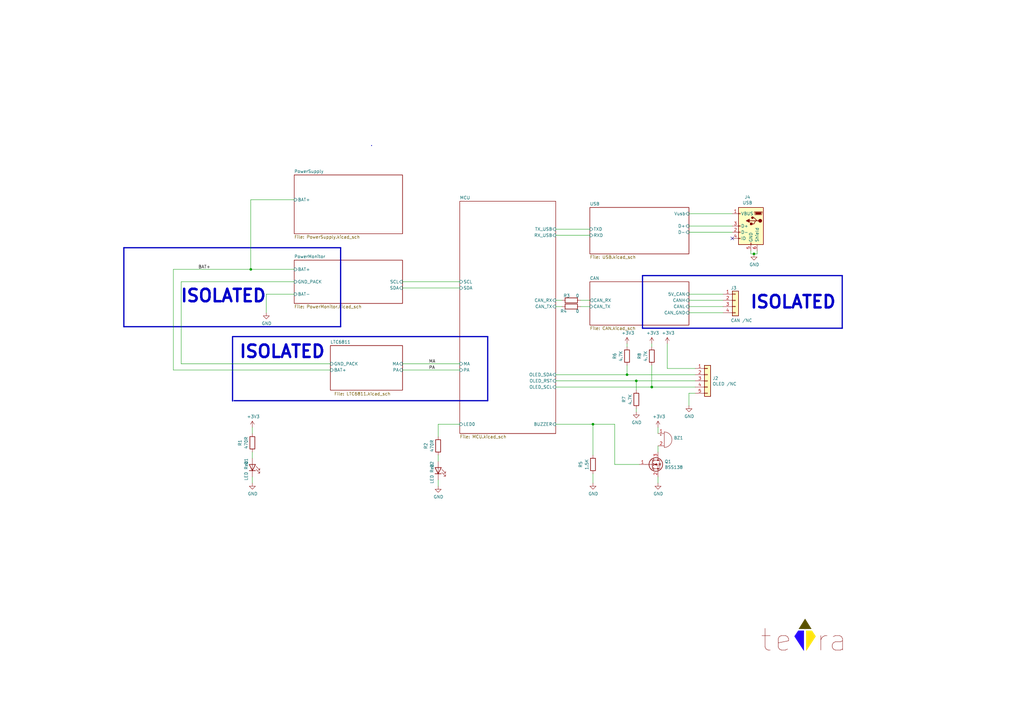
<source format=kicad_sch>
(kicad_sch (version 20230121) (generator eeschema)

  (uuid 6a86ff6f-b159-4c4c-8a40-e732cc82e010)

  (paper "A3")

  (title_block
    (title "BMS-Master")
    (date "2023-10-19")
    (rev "V0.1")
    (company "teTra")
  )

  (lib_symbols
    (symbol "BMS-Master-rescue:+3.3V-power-BMS-Master-rescue" (power) (pin_names (offset 0)) (in_bom yes) (on_board yes)
      (property "Reference" "#PWR" (at 0 -3.81 0)
        (effects (font (size 1.27 1.27)) hide)
      )
      (property "Value" "+3.3V-power-BMS-Master-rescue" (at 0 3.556 0)
        (effects (font (size 1.27 1.27)))
      )
      (property "Footprint" "" (at 0 0 0)
        (effects (font (size 1.27 1.27)) hide)
      )
      (property "Datasheet" "" (at 0 0 0)
        (effects (font (size 1.27 1.27)) hide)
      )
      (symbol "+3.3V-power-BMS-Master-rescue_0_1"
        (polyline
          (pts
            (xy -0.762 1.27)
            (xy 0 2.54)
          )
          (stroke (width 0) (type solid))
          (fill (type none))
        )
        (polyline
          (pts
            (xy 0 0)
            (xy 0 2.54)
          )
          (stroke (width 0) (type solid))
          (fill (type none))
        )
        (polyline
          (pts
            (xy 0 2.54)
            (xy 0.762 1.27)
          )
          (stroke (width 0) (type solid))
          (fill (type none))
        )
      )
      (symbol "+3.3V-power-BMS-Master-rescue_1_1"
        (pin power_in line (at 0 0 90) (length 0) hide
          (name "+3V3" (effects (font (size 1.27 1.27))))
          (number "1" (effects (font (size 1.27 1.27))))
        )
      )
    )
    (symbol "BMS-Master-rescue:Buzzer-Device-BMS-Master-rescue" (pin_names (offset 0.0254) hide) (in_bom yes) (on_board yes)
      (property "Reference" "BZ" (at 3.81 1.27 0)
        (effects (font (size 1.27 1.27)) (justify left))
      )
      (property "Value" "Buzzer-Device-BMS-Master-rescue" (at 3.81 -1.27 0)
        (effects (font (size 1.27 1.27)) (justify left))
      )
      (property "Footprint" "" (at -0.635 2.54 90)
        (effects (font (size 1.27 1.27)) hide)
      )
      (property "Datasheet" "" (at -0.635 2.54 90)
        (effects (font (size 1.27 1.27)) hide)
      )
      (property "ki_fp_filters" "*Buzzer*" (at 0 0 0)
        (effects (font (size 1.27 1.27)) hide)
      )
      (symbol "Buzzer-Device-BMS-Master-rescue_0_1"
        (arc (start 0 -3.175) (mid 3.1612 0) (end 0 3.175)
          (stroke (width 0) (type solid))
          (fill (type none))
        )
        (polyline
          (pts
            (xy -1.651 1.905)
            (xy -1.143 1.905)
          )
          (stroke (width 0) (type solid))
          (fill (type none))
        )
        (polyline
          (pts
            (xy -1.397 2.159)
            (xy -1.397 1.651)
          )
          (stroke (width 0) (type solid))
          (fill (type none))
        )
        (polyline
          (pts
            (xy 0 3.175)
            (xy 0 -3.175)
          )
          (stroke (width 0) (type solid))
          (fill (type none))
        )
      )
      (symbol "Buzzer-Device-BMS-Master-rescue_1_1"
        (pin passive line (at -2.54 2.54 0) (length 2.54)
          (name "-" (effects (font (size 1.27 1.27))))
          (number "1" (effects (font (size 1.27 1.27))))
        )
        (pin passive line (at -2.54 -2.54 0) (length 2.54)
          (name "+" (effects (font (size 1.27 1.27))))
          (number "2" (effects (font (size 1.27 1.27))))
        )
      )
    )
    (symbol "BMS-Master-rescue:Conn_01x05-Connector_Generic-BMS-Master-rescue" (pin_names (offset 1.016) hide) (in_bom yes) (on_board yes)
      (property "Reference" "J" (at 0 7.62 0)
        (effects (font (size 1.27 1.27)))
      )
      (property "Value" "Conn_01x05-Connector_Generic-BMS-Master-rescue" (at 0 -7.62 0)
        (effects (font (size 1.27 1.27)))
      )
      (property "Footprint" "" (at 0 0 0)
        (effects (font (size 1.27 1.27)) hide)
      )
      (property "Datasheet" "" (at 0 0 0)
        (effects (font (size 1.27 1.27)) hide)
      )
      (property "ki_fp_filters" "Connector*:*_1x??_*" (at 0 0 0)
        (effects (font (size 1.27 1.27)) hide)
      )
      (symbol "Conn_01x05-Connector_Generic-BMS-Master-rescue_1_1"
        (rectangle (start -1.27 -4.953) (end 0 -5.207)
          (stroke (width 0.1524) (type solid))
          (fill (type none))
        )
        (rectangle (start -1.27 -2.413) (end 0 -2.667)
          (stroke (width 0.1524) (type solid))
          (fill (type none))
        )
        (rectangle (start -1.27 0.127) (end 0 -0.127)
          (stroke (width 0.1524) (type solid))
          (fill (type none))
        )
        (rectangle (start -1.27 2.667) (end 0 2.413)
          (stroke (width 0.1524) (type solid))
          (fill (type none))
        )
        (rectangle (start -1.27 5.207) (end 0 4.953)
          (stroke (width 0.1524) (type solid))
          (fill (type none))
        )
        (rectangle (start -1.27 6.35) (end 1.27 -6.35)
          (stroke (width 0.254) (type solid))
          (fill (type background))
        )
        (pin passive line (at -5.08 5.08 0) (length 3.81)
          (name "Pin_1" (effects (font (size 1.27 1.27))))
          (number "1" (effects (font (size 1.27 1.27))))
        )
        (pin passive line (at -5.08 2.54 0) (length 3.81)
          (name "Pin_2" (effects (font (size 1.27 1.27))))
          (number "2" (effects (font (size 1.27 1.27))))
        )
        (pin passive line (at -5.08 0 0) (length 3.81)
          (name "Pin_3" (effects (font (size 1.27 1.27))))
          (number "3" (effects (font (size 1.27 1.27))))
        )
        (pin passive line (at -5.08 -2.54 0) (length 3.81)
          (name "Pin_4" (effects (font (size 1.27 1.27))))
          (number "4" (effects (font (size 1.27 1.27))))
        )
        (pin passive line (at -5.08 -5.08 0) (length 3.81)
          (name "Pin_5" (effects (font (size 1.27 1.27))))
          (number "5" (effects (font (size 1.27 1.27))))
        )
      )
    )
    (symbol "BMS-Master-rescue:GND-power-BMS-Master-rescue" (power) (pin_names (offset 0)) (in_bom yes) (on_board yes)
      (property "Reference" "#PWR" (at 0 -6.35 0)
        (effects (font (size 1.27 1.27)) hide)
      )
      (property "Value" "GND-power-BMS-Master-rescue" (at 0 -3.81 0)
        (effects (font (size 1.27 1.27)))
      )
      (property "Footprint" "" (at 0 0 0)
        (effects (font (size 1.27 1.27)) hide)
      )
      (property "Datasheet" "" (at 0 0 0)
        (effects (font (size 1.27 1.27)) hide)
      )
      (symbol "GND-power-BMS-Master-rescue_0_1"
        (polyline
          (pts
            (xy 0 0)
            (xy 0 -1.27)
            (xy 1.27 -1.27)
            (xy 0 -2.54)
            (xy -1.27 -1.27)
            (xy 0 -1.27)
          )
          (stroke (width 0) (type solid))
          (fill (type none))
        )
      )
      (symbol "GND-power-BMS-Master-rescue_1_1"
        (pin power_in line (at 0 0 270) (length 0) hide
          (name "GND" (effects (font (size 1.27 1.27))))
          (number "1" (effects (font (size 1.27 1.27))))
        )
      )
    )
    (symbol "BMS-Master-rescue:R-Device-BMS-Master-rescue" (pin_numbers hide) (pin_names (offset 0)) (in_bom yes) (on_board yes)
      (property "Reference" "R" (at 2.032 0 90)
        (effects (font (size 1.27 1.27)))
      )
      (property "Value" "R-Device-BMS-Master-rescue" (at 0 0 90)
        (effects (font (size 1.27 1.27)))
      )
      (property "Footprint" "" (at -1.778 0 90)
        (effects (font (size 1.27 1.27)) hide)
      )
      (property "Datasheet" "" (at 0 0 0)
        (effects (font (size 1.27 1.27)) hide)
      )
      (property "ki_fp_filters" "*:R_*" (at 0 0 0)
        (effects (font (size 1.27 1.27)) hide)
      )
      (symbol "R-Device-BMS-Master-rescue_0_1"
        (rectangle (start -1.016 -2.54) (end 1.016 2.54)
          (stroke (width 0.254) (type solid))
          (fill (type none))
        )
      )
      (symbol "R-Device-BMS-Master-rescue_1_1"
        (pin passive line (at 0 3.81 270) (length 1.27)
          (name "~" (effects (font (size 1.27 1.27))))
          (number "1" (effects (font (size 1.27 1.27))))
        )
        (pin passive line (at 0 -3.81 90) (length 1.27)
          (name "~" (effects (font (size 1.27 1.27))))
          (number "2" (effects (font (size 1.27 1.27))))
        )
      )
    )
    (symbol "BMS-Master-rescue:USB_B_Micro-Connector_Specialized-BMS-Master-rescue" (pin_names (offset 1.016)) (in_bom yes) (on_board yes)
      (property "Reference" "J" (at -5.08 11.43 0)
        (effects (font (size 1.27 1.27)) (justify left))
      )
      (property "Value" "USB_B_Micro-Connector_Specialized-BMS-Master-rescue" (at -5.08 8.89 0)
        (effects (font (size 1.27 1.27)) (justify left))
      )
      (property "Footprint" "" (at 3.81 -1.27 0)
        (effects (font (size 1.27 1.27)) hide)
      )
      (property "Datasheet" "" (at 3.81 -1.27 0)
        (effects (font (size 1.27 1.27)) hide)
      )
      (property "ki_fp_filters" "USB*" (at 0 0 0)
        (effects (font (size 1.27 1.27)) hide)
      )
      (symbol "USB_B_Micro-Connector_Specialized-BMS-Master-rescue_0_1"
        (rectangle (start -5.08 -7.62) (end 5.08 7.62)
          (stroke (width 0.254) (type solid))
          (fill (type background))
        )
        (circle (center -3.81 2.159) (radius 0.635)
          (stroke (width 0.254) (type solid))
          (fill (type outline))
        )
        (circle (center -0.635 3.429) (radius 0.381)
          (stroke (width 0.254) (type solid))
          (fill (type outline))
        )
        (rectangle (start -0.127 -7.62) (end 0.127 -6.858)
          (stroke (width 0) (type solid))
          (fill (type none))
        )
        (polyline
          (pts
            (xy -1.905 2.159)
            (xy 0.635 2.159)
          )
          (stroke (width 0.254) (type solid))
          (fill (type none))
        )
        (polyline
          (pts
            (xy -3.175 2.159)
            (xy -2.54 2.159)
            (xy -1.27 3.429)
            (xy -0.635 3.429)
          )
          (stroke (width 0.254) (type solid))
          (fill (type none))
        )
        (polyline
          (pts
            (xy -2.54 2.159)
            (xy -1.905 2.159)
            (xy -1.27 0.889)
            (xy 0 0.889)
          )
          (stroke (width 0.254) (type solid))
          (fill (type none))
        )
        (polyline
          (pts
            (xy 0.635 2.794)
            (xy 0.635 1.524)
            (xy 1.905 2.159)
            (xy 0.635 2.794)
          )
          (stroke (width 0.254) (type solid))
          (fill (type outline))
        )
        (polyline
          (pts
            (xy -4.318 5.588)
            (xy -1.778 5.588)
            (xy -2.032 4.826)
            (xy -4.064 4.826)
            (xy -4.318 5.588)
          )
          (stroke (width 0) (type solid))
          (fill (type outline))
        )
        (polyline
          (pts
            (xy -4.699 5.842)
            (xy -4.699 5.588)
            (xy -4.445 4.826)
            (xy -4.445 4.572)
            (xy -1.651 4.572)
            (xy -1.651 4.826)
            (xy -1.397 5.588)
            (xy -1.397 5.842)
            (xy -4.699 5.842)
          )
          (stroke (width 0) (type solid))
          (fill (type none))
        )
        (rectangle (start 0.254 1.27) (end -0.508 0.508)
          (stroke (width 0.254) (type solid))
          (fill (type outline))
        )
        (rectangle (start 5.08 -5.207) (end 4.318 -4.953)
          (stroke (width 0) (type solid))
          (fill (type none))
        )
        (rectangle (start 5.08 -2.667) (end 4.318 -2.413)
          (stroke (width 0) (type solid))
          (fill (type none))
        )
        (rectangle (start 5.08 -0.127) (end 4.318 0.127)
          (stroke (width 0) (type solid))
          (fill (type none))
        )
        (rectangle (start 5.08 4.953) (end 4.318 5.207)
          (stroke (width 0) (type solid))
          (fill (type none))
        )
      )
      (symbol "USB_B_Micro-Connector_Specialized-BMS-Master-rescue_1_1"
        (pin power_out line (at 7.62 5.08 180) (length 2.54)
          (name "VBUS" (effects (font (size 1.27 1.27))))
          (number "1" (effects (font (size 1.27 1.27))))
        )
        (pin passive line (at 7.62 -2.54 180) (length 2.54)
          (name "D-" (effects (font (size 1.27 1.27))))
          (number "2" (effects (font (size 1.27 1.27))))
        )
        (pin passive line (at 7.62 0 180) (length 2.54)
          (name "D+" (effects (font (size 1.27 1.27))))
          (number "3" (effects (font (size 1.27 1.27))))
        )
        (pin passive line (at 7.62 -5.08 180) (length 2.54)
          (name "ID" (effects (font (size 1.27 1.27))))
          (number "4" (effects (font (size 1.27 1.27))))
        )
        (pin power_out line (at 0 -10.16 90) (length 2.54)
          (name "GND" (effects (font (size 1.27 1.27))))
          (number "5" (effects (font (size 1.27 1.27))))
        )
        (pin passive line (at -2.54 -10.16 90) (length 2.54)
          (name "Shield" (effects (font (size 1.27 1.27))))
          (number "6" (effects (font (size 1.27 1.27))))
        )
      )
    )
    (symbol "Connector_Generic:Conn_01x04" (pin_names (offset 1.016) hide) (in_bom yes) (on_board yes)
      (property "Reference" "J" (at 0 5.08 0)
        (effects (font (size 1.27 1.27)))
      )
      (property "Value" "Conn_01x04" (at 0 -7.62 0)
        (effects (font (size 1.27 1.27)))
      )
      (property "Footprint" "Connector_PinHeader_2.54mm:PinHeader_1x04_P2.54mm_Vertical" (at 0 0 0)
        (effects (font (size 1.27 1.27)) hide)
      )
      (property "Datasheet" "~" (at 0 0 0)
        (effects (font (size 1.27 1.27)) hide)
      )
      (property "ki_keywords" "connector" (at 0 0 0)
        (effects (font (size 1.27 1.27)) hide)
      )
      (property "ki_description" "Generic connector, single row, 01x04, script generated (kicad-library-utils/schlib/autogen/connector/)" (at 0 0 0)
        (effects (font (size 1.27 1.27)) hide)
      )
      (property "ki_fp_filters" "Connector*:*_1x??_*" (at 0 0 0)
        (effects (font (size 1.27 1.27)) hide)
      )
      (symbol "Conn_01x04_1_1"
        (rectangle (start -1.27 -4.953) (end 0 -5.207)
          (stroke (width 0.1524) (type default))
          (fill (type none))
        )
        (rectangle (start -1.27 -2.413) (end 0 -2.667)
          (stroke (width 0.1524) (type default))
          (fill (type none))
        )
        (rectangle (start -1.27 0.127) (end 0 -0.127)
          (stroke (width 0.1524) (type default))
          (fill (type none))
        )
        (rectangle (start -1.27 2.667) (end 0 2.413)
          (stroke (width 0.1524) (type default))
          (fill (type none))
        )
        (rectangle (start -1.27 3.81) (end 1.27 -6.35)
          (stroke (width 0.254) (type default))
          (fill (type background))
        )
        (pin passive line (at -5.08 2.54 0) (length 3.81)
          (name "Pin_1" (effects (font (size 1.27 1.27))))
          (number "1" (effects (font (size 1.27 1.27))))
        )
        (pin passive line (at -5.08 0 0) (length 3.81)
          (name "Pin_2" (effects (font (size 1.27 1.27))))
          (number "2" (effects (font (size 1.27 1.27))))
        )
        (pin passive line (at -5.08 -2.54 0) (length 3.81)
          (name "Pin_3" (effects (font (size 1.27 1.27))))
          (number "3" (effects (font (size 1.27 1.27))))
        )
        (pin passive line (at -5.08 -5.08 0) (length 3.81)
          (name "Pin_4" (effects (font (size 1.27 1.27))))
          (number "4" (effects (font (size 1.27 1.27))))
        )
      )
    )
    (symbol "Device:LED" (pin_numbers hide) (pin_names (offset 1.016) hide) (in_bom yes) (on_board yes)
      (property "Reference" "D" (at -0.762 -2.54 0)
        (effects (font (size 1.27 1.27)))
      )
      (property "Value" "LED" (at -0.762 4.318 0)
        (effects (font (size 1.27 1.27)))
      )
      (property "Footprint" "" (at 0 0 0)
        (effects (font (size 1.27 1.27)) hide)
      )
      (property "Datasheet" "~" (at 0 0 0)
        (effects (font (size 1.27 1.27)) hide)
      )
      (property "ki_keywords" "LED diode" (at 0 0 0)
        (effects (font (size 1.27 1.27)) hide)
      )
      (property "ki_description" "Light emitting diode" (at 0 0 0)
        (effects (font (size 1.27 1.27)) hide)
      )
      (property "ki_fp_filters" "LED* LED_SMD:* LED_THT:*" (at 0 0 0)
        (effects (font (size 1.27 1.27)) hide)
      )
      (symbol "LED_0_1"
        (polyline
          (pts
            (xy 1.27 0)
            (xy -1.27 0)
          )
          (stroke (width 0) (type default))
          (fill (type none))
        )
        (polyline
          (pts
            (xy 1.27 1.27)
            (xy 1.27 -1.27)
          )
          (stroke (width 0.254) (type default))
          (fill (type none))
        )
        (polyline
          (pts
            (xy -1.27 1.27)
            (xy -1.27 -1.27)
            (xy 1.27 0)
            (xy -1.27 1.27)
          )
          (stroke (width 0.254) (type default))
          (fill (type none))
        )
        (polyline
          (pts
            (xy -0.508 1.524)
            (xy 1.016 3.048)
            (xy 0.254 3.048)
            (xy 1.016 3.048)
            (xy 1.016 2.286)
          )
          (stroke (width 0) (type default))
          (fill (type none))
        )
        (polyline
          (pts
            (xy 0.762 1.524)
            (xy 2.286 3.048)
            (xy 1.524 3.048)
            (xy 2.286 3.048)
            (xy 2.286 2.286)
          )
          (stroke (width 0) (type default))
          (fill (type none))
        )
      )
      (symbol "LED_1_1"
        (pin passive line (at 3.81 0 180) (length 2.54)
          (name "K" (effects (font (size 1.27 1.27))))
          (number "1" (effects (font (size 1.27 1.27))))
        )
        (pin passive line (at -3.81 0 0) (length 2.54)
          (name "A" (effects (font (size 1.27 1.27))))
          (number "2" (effects (font (size 1.27 1.27))))
        )
      )
    )
    (symbol "Fiber_Optic:logo" (pin_numbers hide) (pin_names (offset 0) hide) (in_bom yes) (on_board yes)
      (property "Reference" "LOGO" (at 7.747 8.763 0)
        (effects (font (size 1.27 1.27)) hide)
      )
      (property "Value" "teTra" (at 0.254 7.874 0)
        (effects (font (size 1.27 1.27)) hide)
      )
      (property "Footprint" "Symbol:teTra-LOGO" (at 0 3.302 0)
        (effects (font (size 1.27 1.27)) hide)
      )
      (property "Datasheet" "" (at 0 3.302 0)
        (effects (font (size 1.27 1.27)) hide)
      )
      (symbol "logo_1_1"
        (polyline
          (pts
            (xy 0 7.112)
            (xy -2.54 3.048)
            (xy 2.54 3.048)
            (xy 0 7.112)
          )
          (stroke (width 0) (type default) (color 88 80 0 1))
          (fill (type color) (color 88 80 0 1))
        )
        (polyline
          (pts
            (xy -0.508 2.286)
            (xy -2.794 2.286)
            (xy -4.318 0)
            (xy -0.508 -5.842)
            (xy -0.508 2.286)
          )
          (stroke (width 0) (type default) (color 38 9 255 1))
          (fill (type color) (color 38 9 255 1))
        )
        (polyline
          (pts
            (xy 0.508 2.286)
            (xy 2.794 2.286)
            (xy 4.318 0)
            (xy 0.508 -5.842)
            (xy 0.508 2.286)
          )
          (stroke (width 0) (type default) (color 255 228 16 1))
          (fill (type color) (color 255 228 16 1))
        )
        (text "a" (at 13.462 -1.524 0)
          (effects (font (face "KiCad Font") (size 8.89 8.89)))
        )
        (text "e" (at -8.89 -1.524 0)
          (effects (font (face "KiCad Font") (size 8.89 8.89)))
        )
        (text "r" (at 7.112 -1.524 0)
          (effects (font (size 8.89 8.89)))
        )
        (text "t" (at -16.002 -1.524 0)
          (effects (font (size 8.89 8.89)))
        )
      )
    )
    (symbol "Transistor_FET:BSS138" (pin_names hide) (in_bom yes) (on_board yes)
      (property "Reference" "Q" (at 5.08 1.905 0)
        (effects (font (size 1.27 1.27)) (justify left))
      )
      (property "Value" "BSS138" (at 5.08 0 0)
        (effects (font (size 1.27 1.27)) (justify left))
      )
      (property "Footprint" "Package_TO_SOT_SMD:SOT-23" (at 5.08 -1.905 0)
        (effects (font (size 1.27 1.27) italic) (justify left) hide)
      )
      (property "Datasheet" "https://www.onsemi.com/pub/Collateral/BSS138-D.PDF" (at 0 0 0)
        (effects (font (size 1.27 1.27)) (justify left) hide)
      )
      (property "ki_keywords" "N-Channel MOSFET" (at 0 0 0)
        (effects (font (size 1.27 1.27)) hide)
      )
      (property "ki_description" "50V Vds, 0.22A Id, N-Channel MOSFET, SOT-23" (at 0 0 0)
        (effects (font (size 1.27 1.27)) hide)
      )
      (property "ki_fp_filters" "SOT?23*" (at 0 0 0)
        (effects (font (size 1.27 1.27)) hide)
      )
      (symbol "BSS138_0_1"
        (polyline
          (pts
            (xy 0.254 0)
            (xy -2.54 0)
          )
          (stroke (width 0) (type default))
          (fill (type none))
        )
        (polyline
          (pts
            (xy 0.254 1.905)
            (xy 0.254 -1.905)
          )
          (stroke (width 0.254) (type default))
          (fill (type none))
        )
        (polyline
          (pts
            (xy 0.762 -1.27)
            (xy 0.762 -2.286)
          )
          (stroke (width 0.254) (type default))
          (fill (type none))
        )
        (polyline
          (pts
            (xy 0.762 0.508)
            (xy 0.762 -0.508)
          )
          (stroke (width 0.254) (type default))
          (fill (type none))
        )
        (polyline
          (pts
            (xy 0.762 2.286)
            (xy 0.762 1.27)
          )
          (stroke (width 0.254) (type default))
          (fill (type none))
        )
        (polyline
          (pts
            (xy 2.54 2.54)
            (xy 2.54 1.778)
          )
          (stroke (width 0) (type default))
          (fill (type none))
        )
        (polyline
          (pts
            (xy 2.54 -2.54)
            (xy 2.54 0)
            (xy 0.762 0)
          )
          (stroke (width 0) (type default))
          (fill (type none))
        )
        (polyline
          (pts
            (xy 0.762 -1.778)
            (xy 3.302 -1.778)
            (xy 3.302 1.778)
            (xy 0.762 1.778)
          )
          (stroke (width 0) (type default))
          (fill (type none))
        )
        (polyline
          (pts
            (xy 1.016 0)
            (xy 2.032 0.381)
            (xy 2.032 -0.381)
            (xy 1.016 0)
          )
          (stroke (width 0) (type default))
          (fill (type outline))
        )
        (polyline
          (pts
            (xy 2.794 0.508)
            (xy 2.921 0.381)
            (xy 3.683 0.381)
            (xy 3.81 0.254)
          )
          (stroke (width 0) (type default))
          (fill (type none))
        )
        (polyline
          (pts
            (xy 3.302 0.381)
            (xy 2.921 -0.254)
            (xy 3.683 -0.254)
            (xy 3.302 0.381)
          )
          (stroke (width 0) (type default))
          (fill (type none))
        )
        (circle (center 1.651 0) (radius 2.794)
          (stroke (width 0.254) (type default))
          (fill (type none))
        )
        (circle (center 2.54 -1.778) (radius 0.254)
          (stroke (width 0) (type default))
          (fill (type outline))
        )
        (circle (center 2.54 1.778) (radius 0.254)
          (stroke (width 0) (type default))
          (fill (type outline))
        )
      )
      (symbol "BSS138_1_1"
        (pin input line (at -5.08 0 0) (length 2.54)
          (name "G" (effects (font (size 1.27 1.27))))
          (number "1" (effects (font (size 1.27 1.27))))
        )
        (pin passive line (at 2.54 -5.08 90) (length 2.54)
          (name "S" (effects (font (size 1.27 1.27))))
          (number "2" (effects (font (size 1.27 1.27))))
        )
        (pin passive line (at 2.54 5.08 270) (length 2.54)
          (name "D" (effects (font (size 1.27 1.27))))
          (number "3" (effects (font (size 1.27 1.27))))
        )
      )
    )
  )

  (junction (at 260.985 156.21) (diameter 0) (color 0 0 0 0)
    (uuid 086dfe6f-85b9-4b96-b323-492445fc7b92)
  )
  (junction (at 243.205 173.99) (diameter 0) (color 0 0 0 0)
    (uuid 2a5bc44b-8756-4eeb-9bb3-dc21a83444d5)
  )
  (junction (at 267.335 158.75) (diameter 0) (color 0 0 0 0)
    (uuid 9304795f-a83c-4fff-abb5-064960e81d52)
  )
  (junction (at 257.175 153.67) (diameter 0) (color 0 0 0 0)
    (uuid cf70777e-a2ba-4479-a6bd-cc79d8678681)
  )
  (junction (at 309.245 104.14) (diameter 0) (color 0 0 0 0)
    (uuid d5183a9f-67bc-4d15-9675-51d84b100977)
  )
  (junction (at 102.87 110.49) (diameter 0) (color 0 0 0 0)
    (uuid ee08952b-d57c-485b-9e5d-b18f5a995e84)
  )

  (no_connect (at 300.355 97.79) (uuid c28296fa-f40e-490c-93cb-93fddcb31589))

  (wire (pts (xy 165.1 115.57) (xy 188.595 115.57))
    (stroke (width 0) (type default))
    (uuid 011ac7e5-f05f-46c1-a182-215072e4ebc1)
  )
  (wire (pts (xy 269.875 195.58) (xy 269.875 198.12))
    (stroke (width 0) (type default))
    (uuid 0438e8d6-e14b-4846-ae9a-52e0581680c8)
  )
  (wire (pts (xy 273.685 140.97) (xy 273.685 151.13))
    (stroke (width 0) (type default))
    (uuid 054dccd4-3cf7-4ca0-ae1b-67ab1087f153)
  )
  (wire (pts (xy 103.505 175.26) (xy 103.505 177.8))
    (stroke (width 0) (type default))
    (uuid 070f73a6-94e9-4814-810b-81d5367ebdd1)
  )
  (wire (pts (xy 243.205 194.31) (xy 243.205 198.12))
    (stroke (width 0) (type default))
    (uuid 0f7796ef-90e7-420d-b9e8-b3dd96f40c5d)
  )
  (wire (pts (xy 74.295 115.57) (xy 120.65 115.57))
    (stroke (width 0) (type default))
    (uuid 10b1ca32-c933-4572-95c5-209b9029d92c)
  )
  (polyline (pts (xy 200.025 138.049) (xy 200.025 164.338))
    (stroke (width 0.508) (type default))
    (uuid 113d1d96-059d-41c3-9fa5-a7b8136a3308)
  )

  (wire (pts (xy 260.985 160.02) (xy 260.985 156.21))
    (stroke (width 0) (type default))
    (uuid 11fec583-1a38-4932-aaab-df53763fdb08)
  )
  (wire (pts (xy 257.175 149.86) (xy 257.175 153.67))
    (stroke (width 0) (type default))
    (uuid 1f0e3b8f-c1bc-4ffe-9843-8858f2cae8d6)
  )
  (polyline (pts (xy 200.025 164.338) (xy 96.012 164.338))
    (stroke (width 0.508) (type default))
    (uuid 22b90b74-df64-4941-8504-a334207332ec)
  )
  (polyline (pts (xy 263.525 113.03) (xy 263.525 134.62))
    (stroke (width 0.508) (type default))
    (uuid 24a2f0df-6433-496d-afc9-2b122e360a89)
  )
  (polyline (pts (xy 95.377 164.465) (xy 95.377 138.176))
    (stroke (width 0.508) (type default))
    (uuid 25f365ec-476a-4d43-b60a-e8d1ece21fb7)
  )

  (wire (pts (xy 165.1 118.11) (xy 188.595 118.11))
    (stroke (width 0) (type default))
    (uuid 25f61138-6c5d-47b3-8f5a-a7e3638e4741)
  )
  (wire (pts (xy 285.115 161.29) (xy 282.575 161.29))
    (stroke (width 0) (type default))
    (uuid 27a550d8-e33c-4bf0-b9d2-2644fdb722e7)
  )
  (wire (pts (xy 74.295 149.225) (xy 74.295 115.57))
    (stroke (width 0) (type default))
    (uuid 2ae7a104-1972-4748-a2ab-60c95ab76017)
  )
  (wire (pts (xy 267.335 149.86) (xy 267.335 158.75))
    (stroke (width 0) (type default))
    (uuid 37caf867-ecf1-41e2-ab62-5f5556bca318)
  )
  (wire (pts (xy 135.509 151.765) (xy 71.12 151.765))
    (stroke (width 0) (type default))
    (uuid 37e3c98f-e599-4899-9bd7-ac208c0aeff9)
  )
  (polyline (pts (xy 50.8 101.6) (xy 50.8 133.985))
    (stroke (width 0.508) (type default))
    (uuid 38aacf7d-c848-45c5-a242-470a4b9faf9d)
  )

  (wire (pts (xy 260.985 167.64) (xy 260.985 168.91))
    (stroke (width 0) (type default))
    (uuid 3a69cfc3-e950-4f4f-b131-f3bcc93c92f7)
  )
  (wire (pts (xy 267.335 140.97) (xy 267.335 142.24))
    (stroke (width 0) (type default))
    (uuid 3cda1843-fc9f-48c1-89f8-8ab354d836b9)
  )
  (wire (pts (xy 227.965 96.52) (xy 241.935 96.52))
    (stroke (width 0) (type default))
    (uuid 3d1a7b87-175b-4b6d-90bc-13a770f5b727)
  )
  (polyline (pts (xy 50.8 133.985) (xy 139.7 133.985))
    (stroke (width 0.508) (type default))
    (uuid 423fa85f-31a6-4153-b4c9-f9025156617b)
  )

  (wire (pts (xy 227.965 158.75) (xy 267.335 158.75))
    (stroke (width 0) (type default))
    (uuid 4368cffe-8784-4c6a-9f77-ce4696234644)
  )
  (wire (pts (xy 230.505 125.73) (xy 227.965 125.73))
    (stroke (width 0) (type default))
    (uuid 46e88a53-ed75-4660-bc1c-c2b95c9941ac)
  )
  (wire (pts (xy 135.509 149.225) (xy 74.295 149.225))
    (stroke (width 0) (type default))
    (uuid 549e8739-2f26-47f0-acdd-1b47b900ead5)
  )
  (polyline (pts (xy 345.44 113.03) (xy 345.44 134.62))
    (stroke (width 0.508) (type default))
    (uuid 54f8d381-4e7d-4dbb-a83f-bcac341545bb)
  )

  (wire (pts (xy 102.87 81.915) (xy 102.87 110.49))
    (stroke (width 0) (type default))
    (uuid 5b2977d8-b1b1-4a30-847e-7a6a840a710f)
  )
  (polyline (pts (xy 345.44 134.62) (xy 263.525 134.62))
    (stroke (width 0.508) (type default))
    (uuid 5f3e8fcf-20ea-43f0-b479-1605758fa47a)
  )

  (wire (pts (xy 179.705 179.07) (xy 179.705 173.99))
    (stroke (width 0) (type default))
    (uuid 6d19e405-9a60-41ab-90cf-5be0a7bb3334)
  )
  (wire (pts (xy 120.65 120.65) (xy 109.22 120.65))
    (stroke (width 0) (type default))
    (uuid 70daf5a3-d0fe-4685-8a41-3e11d406d9b2)
  )
  (wire (pts (xy 102.87 110.49) (xy 120.65 110.49))
    (stroke (width 0) (type default))
    (uuid 7440522c-ad1e-4bd1-ac1b-0827785b8ed1)
  )
  (wire (pts (xy 102.87 81.915) (xy 120.65 81.915))
    (stroke (width 0) (type default))
    (uuid 7748dc28-f5a9-4184-86d4-804ec4f643fe)
  )
  (wire (pts (xy 243.205 173.99) (xy 243.205 186.69))
    (stroke (width 0) (type default))
    (uuid 78dd129a-f8b2-429f-a454-90db907e7005)
  )
  (wire (pts (xy 252.095 190.5) (xy 252.095 173.99))
    (stroke (width 0) (type default))
    (uuid 7dd143ec-1941-44ef-8b1a-0e20475a748e)
  )
  (polyline (pts (xy 263.525 113.03) (xy 345.44 113.03))
    (stroke (width 0.508) (type default))
    (uuid 7e805d74-a8ea-497f-9fb3-8c125a106166)
  )

  (wire (pts (xy 296.545 125.73) (xy 282.575 125.73))
    (stroke (width 0) (type default))
    (uuid 838f6985-0327-41c6-8dbe-9a7f9dc3e182)
  )
  (wire (pts (xy 282.575 161.29) (xy 282.575 166.37))
    (stroke (width 0) (type default))
    (uuid 89fb42db-a0c9-42fb-8ffc-dea9a7d0e7d2)
  )
  (wire (pts (xy 103.505 195.58) (xy 103.505 198.12))
    (stroke (width 0) (type default))
    (uuid 91ef4e4a-d50d-4e41-a57f-99b70aaef382)
  )
  (wire (pts (xy 227.965 93.98) (xy 241.935 93.98))
    (stroke (width 0) (type default))
    (uuid 966ba1f0-ee04-4be1-b5b5-4d2afb2c3478)
  )
  (wire (pts (xy 309.245 104.14) (xy 307.975 104.14))
    (stroke (width 0) (type default))
    (uuid 99b44d19-e8c5-4b93-aa4b-090ecb99bfca)
  )
  (wire (pts (xy 309.245 104.14) (xy 310.515 104.14))
    (stroke (width 0) (type default))
    (uuid 9cb405de-d04a-4c28-a98b-f13240b074a4)
  )
  (wire (pts (xy 227.965 173.99) (xy 243.205 173.99))
    (stroke (width 0) (type default))
    (uuid a1169c81-1596-4da3-be0f-42af6128e539)
  )
  (wire (pts (xy 260.985 156.21) (xy 285.115 156.21))
    (stroke (width 0) (type default))
    (uuid a505ede1-5b6a-42f3-82ea-3d59435ec239)
  )
  (wire (pts (xy 269.875 182.88) (xy 269.875 185.42))
    (stroke (width 0) (type default))
    (uuid a6e5e108-31e1-4f1e-957a-cd3937529342)
  )
  (wire (pts (xy 71.12 110.49) (xy 102.87 110.49))
    (stroke (width 0) (type default))
    (uuid a7024796-a224-4401-9ebd-b1577724675d)
  )
  (wire (pts (xy 282.575 123.19) (xy 296.545 123.19))
    (stroke (width 0) (type default))
    (uuid a818bd30-8138-4cda-908e-843677812338)
  )
  (wire (pts (xy 165.1 151.765) (xy 188.595 151.765))
    (stroke (width 0) (type default))
    (uuid b4ff6b0a-7e93-4337-9256-155e814815ae)
  )
  (wire (pts (xy 109.22 120.65) (xy 109.22 128.27))
    (stroke (width 0) (type default))
    (uuid b77d88b4-87c8-4bb3-b21f-01636c00eebe)
  )
  (wire (pts (xy 282.575 92.71) (xy 300.355 92.71))
    (stroke (width 0) (type default))
    (uuid ba92451e-cafb-4cf1-bee8-b35d0245d1b6)
  )
  (wire (pts (xy 227.965 123.19) (xy 230.505 123.19))
    (stroke (width 0) (type default))
    (uuid bc7dd930-2602-4e2e-93c3-9599f2f9060b)
  )
  (wire (pts (xy 310.515 104.14) (xy 310.515 102.87))
    (stroke (width 0) (type default))
    (uuid c2790400-b9f4-47c1-901a-dbaa4b88c5de)
  )
  (wire (pts (xy 282.575 87.63) (xy 300.355 87.63))
    (stroke (width 0) (type default))
    (uuid c361049e-ed04-4fff-adee-01b6fa796ea8)
  )
  (wire (pts (xy 282.575 95.25) (xy 300.355 95.25))
    (stroke (width 0) (type default))
    (uuid c384b2ae-5b10-48a5-bd08-804ad449740e)
  )
  (wire (pts (xy 269.875 175.26) (xy 269.875 177.8))
    (stroke (width 0) (type default))
    (uuid c3c63595-2cbe-43fd-b40b-2330d1ebfa6a)
  )
  (polyline (pts (xy 139.7 101.6) (xy 139.7 133.985))
    (stroke (width 0.508) (type default))
    (uuid c6afd438-5614-4442-af11-d30b8a11a7ed)
  )
  (polyline (pts (xy 50.8 101.6) (xy 139.7 101.6))
    (stroke (width 0.508) (type default))
    (uuid c8232877-73ad-43e9-9af0-41e215f74908)
  )

  (wire (pts (xy 179.705 196.85) (xy 179.705 199.39))
    (stroke (width 0) (type default))
    (uuid d2932728-98dd-4ca6-a073-b30b59c1bf92)
  )
  (wire (pts (xy 273.685 151.13) (xy 285.115 151.13))
    (stroke (width 0) (type default))
    (uuid d539320b-f579-437e-af38-a94bd4912b9d)
  )
  (wire (pts (xy 241.935 125.73) (xy 238.125 125.73))
    (stroke (width 0) (type default))
    (uuid d7585c83-ae7b-4c0f-b9af-12e4f2dd96e3)
  )
  (polyline (pts (xy 95.377 138.049) (xy 200.025 138.049))
    (stroke (width 0.508) (type default))
    (uuid da3166f7-9447-4d54-a19e-85085da1c54f)
  )

  (wire (pts (xy 179.705 189.23) (xy 179.705 186.69))
    (stroke (width 0) (type default))
    (uuid dc580d00-8d7e-42c4-9703-e82071579577)
  )
  (wire (pts (xy 307.975 104.14) (xy 307.975 102.87))
    (stroke (width 0) (type default))
    (uuid e33da723-b039-496e-9cba-43a83a10c0fa)
  )
  (wire (pts (xy 296.545 120.65) (xy 282.575 120.65))
    (stroke (width 0) (type default))
    (uuid e37e31ce-5374-4011-af1c-816030314276)
  )
  (wire (pts (xy 227.965 156.21) (xy 260.985 156.21))
    (stroke (width 0) (type default))
    (uuid e57f3b46-0329-413f-bb59-e8e0c446ee5b)
  )
  (wire (pts (xy 252.095 173.99) (xy 243.205 173.99))
    (stroke (width 0) (type default))
    (uuid e5b6daa1-2480-41fd-a190-dea160254438)
  )
  (wire (pts (xy 257.175 140.97) (xy 257.175 142.24))
    (stroke (width 0) (type default))
    (uuid e5cb7ba8-8c3e-43d9-86e7-be510e23c6bd)
  )
  (wire (pts (xy 103.505 187.96) (xy 103.505 185.42))
    (stroke (width 0) (type default))
    (uuid e6b73fdd-e173-40d8-88bb-be54d23d7040)
  )
  (wire (pts (xy 165.1 149.225) (xy 188.595 149.225))
    (stroke (width 0) (type default))
    (uuid eb19816b-c788-4dca-9af1-15c54d755980)
  )
  (wire (pts (xy 227.965 153.67) (xy 257.175 153.67))
    (stroke (width 0) (type default))
    (uuid eb788ea7-4bae-4f11-9b01-b4e08f040069)
  )
  (wire (pts (xy 71.12 151.765) (xy 71.12 110.49))
    (stroke (width 0) (type default))
    (uuid ec153ab8-558e-47ee-b5f4-7a544b53d918)
  )
  (wire (pts (xy 257.175 153.67) (xy 285.115 153.67))
    (stroke (width 0) (type default))
    (uuid ee84f86a-695b-452c-9924-4eacd9374c5a)
  )
  (wire (pts (xy 267.335 158.75) (xy 285.115 158.75))
    (stroke (width 0) (type default))
    (uuid ef3a6837-0682-4521-9953-33533fa066ab)
  )
  (wire (pts (xy 179.705 173.99) (xy 188.595 173.99))
    (stroke (width 0) (type default))
    (uuid f1724b29-4fee-490a-b8bf-ce949918f818)
  )
  (wire (pts (xy 252.095 190.5) (xy 262.255 190.5))
    (stroke (width 0) (type default))
    (uuid f37c039e-9c89-401a-b728-cf2f7b8085e5)
  )
  (wire (pts (xy 282.575 128.27) (xy 296.545 128.27))
    (stroke (width 0) (type default))
    (uuid fb0d7c1a-9a7c-4189-9d0b-0aabda2cc7d2)
  )
  (wire (pts (xy 238.125 123.19) (xy 241.935 123.19))
    (stroke (width 0) (type default))
    (uuid fb49b02c-487f-43e3-8e44-5aa4e61eee8c)
  )

  (rectangle (start 152.4 59.69) (end 152.4 59.69)
    (stroke (width 0) (type default))
    (fill (type none))
    (uuid 16ed3026-92db-43e4-94ce-cb9942d539a9)
  )
  (rectangle (start 152.4 59.69) (end 152.4 59.69)
    (stroke (width 0) (type default))
    (fill (type none))
    (uuid 223aa8e8-e165-46dc-8004-d0f7a65ecba6)
  )
  (rectangle (start 152.4 59.69) (end 152.4 59.69)
    (stroke (width 0) (type default))
    (fill (type none))
    (uuid 2fcede93-9de7-495d-a723-2d73c73c7b6f)
  )
  (rectangle (start 152.4 59.69) (end 152.4 59.69)
    (stroke (width 0) (type default))
    (fill (type none))
    (uuid 5fbfa526-c30f-47f6-8144-7f30cec9d859)
  )
  (rectangle (start 152.4 59.69) (end 152.4 59.69)
    (stroke (width 0) (type default))
    (fill (type none))
    (uuid 6417f53f-a88b-4d4d-99b7-072470c6c0a0)
  )
  (rectangle (start 152.4 59.69) (end 152.4 59.69)
    (stroke (width 0) (type default))
    (fill (type none))
    (uuid 761ccd63-a067-48de-bb96-f182215cb15d)
  )
  (rectangle (start 152.4 59.69) (end 152.4 59.69)
    (stroke (width 0) (type default))
    (fill (type none))
    (uuid 7833effb-1ef3-4514-9423-6ce15b0e7601)
  )
  (rectangle (start 152.4 59.69) (end 152.4 59.69)
    (stroke (width 0) (type default))
    (fill (type none))
    (uuid 84c90483-45a3-4739-b73e-9c011eb5a6b3)
  )
  (rectangle (start 152.4 59.69) (end 152.4 59.69)
    (stroke (width 0) (type default))
    (fill (type none))
    (uuid a44f9e23-e56b-46ab-98e0-a509f1df9112)
  )
  (rectangle (start 152.4 59.69) (end 152.4 59.69)
    (stroke (width 0) (type default))
    (fill (type none))
    (uuid a6c3c0d5-36dd-4850-b1a5-9e9d33dbee96)
  )
  (rectangle (start 152.4 59.69) (end 152.4 59.69)
    (stroke (width 0) (type default))
    (fill (type none))
    (uuid cc05d2e2-b228-431e-bdc0-e0860c04d0cb)
  )
  (rectangle (start 152.4 59.69) (end 152.4 59.69)
    (stroke (width 0) (type default))
    (fill (type none))
    (uuid d8735071-f685-4511-9a51-ec1dbf78025d)
  )
  (rectangle (start 152.4 59.69) (end 152.4 59.69)
    (stroke (width 0) (type default))
    (fill (type none))
    (uuid ea6bb95e-e93f-4e24-b732-f58cac2dd5b5)
  )
  (rectangle (start 152.4 59.69) (end 152.4 59.69)
    (stroke (width 0) (type default))
    (fill (type none))
    (uuid ec13c14f-f372-47c6-8a1b-793204123c6b)
  )
  (rectangle (start 152.4 59.69) (end 152.4 59.69)
    (stroke (width 0) (type default))
    (fill (type none))
    (uuid ef661221-3ee0-456b-8605-67b88b2feaa8)
  )
  (rectangle (start 152.4 59.69) (end 152.4 59.69)
    (stroke (width 0) (type default))
    (fill (type none))
    (uuid fd9b1398-e4ca-40d7-b486-76ff1cab045d)
  )

  (text "ISOLATED" (at 73.66 124.46 0)
    (effects (font (size 5.08 5.08) (thickness 1.016) bold) (justify left bottom))
    (uuid 2b4ff500-8b80-481c-a4af-fe7ec88ad5a1)
  )
  (text "ISOLATED" (at 97.79 147.32 0)
    (effects (font (size 5.08 5.08) (thickness 1.016) bold) (justify left bottom))
    (uuid 2f72da79-bdf8-4579-9ed1-a83544662245)
  )
  (text "ISOLATED" (at 307.34 127 0)
    (effects (font (size 5.08 5.08) (thickness 1.016) bold) (justify left bottom))
    (uuid ad00bf51-f311-4529-b191-851f619e2a99)
  )

  (label "BAT+" (at 81.28 110.49 0) (fields_autoplaced)
    (effects (font (size 1.27 1.27)) (justify left bottom))
    (uuid 19755d36-fd06-42d9-b98a-95b88cc641a7)
  )
  (label "PA" (at 175.895 151.765 0) (fields_autoplaced)
    (effects (font (size 1.27 1.27)) (justify left bottom))
    (uuid 6db54366-f85d-41d5-8f6f-fde0e52d91b9)
  )
  (label "MA" (at 175.895 149.225 0) (fields_autoplaced)
    (effects (font (size 1.27 1.27)) (justify left bottom))
    (uuid edf68c01-1995-433f-84e2-a8f5e0db81ec)
  )

  (symbol (lib_id "BMS-Master-rescue:USB_B_Micro-Connector_Specialized-BMS-Master-rescue") (at 307.975 92.71 0) (mirror y) (unit 1)
    (in_bom yes) (on_board yes) (dnp no)
    (uuid 00000000-0000-0000-0000-00005a966632)
    (property "Reference" "J4" (at 306.5526 80.8482 0)
      (effects (font (size 1.27 1.27)))
    )
    (property "Value" "USB" (at 306.5526 83.1596 0)
      (effects (font (size 1.27 1.27)))
    )
    (property "Footprint" "Connector_USB:Micro_USB_B-2013499-1" (at 304.165 93.98 0)
      (effects (font (size 1.27 1.27)) hide)
    )
    (property "Datasheet" "https://www.te.com/usa-en/product-2013499-1.datasheet.pdf" (at 304.165 93.98 0)
      (effects (font (size 1.27 1.27)) hide)
    )
    (property "MPN" "2013499-1" (at 307.975 92.71 0)
      (effects (font (size 1.27 1.27)) hide)
    )
    (property "Link" "https://www.digikey.jp/en/products/detail/te-connectivity-amp-connectors/2013499-1/4021843?s=N4IgTCBcDa4AwEYDMAWAnGgtAkBdAvkA" (at 307.975 92.71 0)
      (effects (font (size 1.27 1.27)) hide)
    )
    (property "Description" "USB - micro B USB 2.0 Receptacle Connector 5 Position Surface Mount, Right Angle; Through Hole" (at 307.975 92.71 0)
      (effects (font (size 1.27 1.27)) hide)
    )
    (pin "1" (uuid 295f927a-f972-422e-863f-44c73f2e202e))
    (pin "2" (uuid 519e65d0-c2b9-4b7d-b98c-79bc4812f86a))
    (pin "3" (uuid a1ade537-a338-4827-a3f8-e3bf1ad2c0d0))
    (pin "4" (uuid fd7500c4-66da-4cd6-bc85-94a21009b777))
    (pin "5" (uuid cef79563-db54-42b4-86c5-f6284fa74230))
    (pin "6" (uuid de88f6f1-b2ef-448d-a3ad-275c43f71104))
    (instances
      (project "LTC6811_ESP32_V1.2"
        (path "/6a86ff6f-b159-4c4c-8a40-e732cc82e010"
          (reference "J4") (unit 1)
        )
      )
    )
  )

  (symbol (lib_id "BMS-Master-rescue:GND-power-BMS-Master-rescue") (at 309.245 104.14 0) (unit 1)
    (in_bom yes) (on_board yes) (dnp no)
    (uuid 00000000-0000-0000-0000-00005a969833)
    (property "Reference" "#PWR015" (at 309.245 110.49 0)
      (effects (font (size 1.27 1.27)) hide)
    )
    (property "Value" "GND" (at 309.372 108.5342 0)
      (effects (font (size 1.27 1.27)))
    )
    (property "Footprint" "" (at 309.245 104.14 0)
      (effects (font (size 1.27 1.27)) hide)
    )
    (property "Datasheet" "" (at 309.245 104.14 0)
      (effects (font (size 1.27 1.27)) hide)
    )
    (pin "1" (uuid 7f3b69fa-aff1-4dec-b8c5-4dd61b214899))
    (instances
      (project "LTC6811_ESP32_V1.2"
        (path "/6a86ff6f-b159-4c4c-8a40-e732cc82e010"
          (reference "#PWR015") (unit 1)
        )
      )
    )
  )

  (symbol (lib_id "BMS-Master-rescue:R-Device-BMS-Master-rescue") (at 179.705 182.88 180) (unit 1)
    (in_bom yes) (on_board yes) (dnp no)
    (uuid 00000000-0000-0000-0000-00005abab411)
    (property "Reference" "R2" (at 174.625 182.88 90)
      (effects (font (size 1.27 1.27)))
    )
    (property "Value" "470R" (at 177.165 182.88 90)
      (effects (font (size 1.27 1.27)))
    )
    (property "Footprint" "Resistor_SMD:R_0603_1608Metric" (at 181.483 182.88 90)
      (effects (font (size 1.27 1.27)) hide)
    )
    (property "Datasheet" "https://www.yageo.com/upload/media/product/app/datasheet/rchip/pyu-rc_group_51_rohs_l.pdf" (at 179.705 182.88 0)
      (effects (font (size 1.27 1.27)) hide)
    )
    (property "MPN" "RC0603JR-07470RL" (at 179.705 182.88 0)
      (effects (font (size 1.27 1.27)) hide)
    )
    (property "Description" "470 Ohms ±5% 0.1W, 1/10W Chip Resistor 0603 (1608 Metric) Moisture Resistant Thick Film" (at 179.705 182.88 0)
      (effects (font (size 1.27 1.27)) hide)
    )
    (property "Link" "https://www.digikey.jp/en/products/detail/yageo/RC0603JR-07470RL/726791?s=N4IgTCBcDaIEoGEAMA2JBmAUnAtEg7ACz5JwAyIAugL5A" (at 179.705 182.88 0)
      (effects (font (size 1.27 1.27)) hide)
    )
    (pin "1" (uuid 1181ec20-babd-4fe6-af24-ba413ea33137))
    (pin "2" (uuid 8cdc1822-3e89-4dcd-a1cc-fad6e7899e1d))
    (instances
      (project "LTC6811_ESP32_V1.2"
        (path "/6a86ff6f-b159-4c4c-8a40-e732cc82e010"
          (reference "R2") (unit 1)
        )
      )
    )
  )

  (symbol (lib_id "BMS-Master-rescue:R-Device-BMS-Master-rescue") (at 103.505 181.61 180) (unit 1)
    (in_bom yes) (on_board yes) (dnp no)
    (uuid 00000000-0000-0000-0000-00005abb20ca)
    (property "Reference" "R1" (at 98.425 181.61 90)
      (effects (font (size 1.27 1.27)))
    )
    (property "Value" "470R" (at 100.965 181.61 90)
      (effects (font (size 1.27 1.27)))
    )
    (property "Footprint" "Resistor_SMD:R_0603_1608Metric" (at 105.283 181.61 90)
      (effects (font (size 1.27 1.27)) hide)
    )
    (property "Datasheet" "https://www.yageo.com/upload/media/product/app/datasheet/rchip/pyu-rc_group_51_rohs_l.pdf" (at 103.505 181.61 0)
      (effects (font (size 1.27 1.27)) hide)
    )
    (property "MPN" "RC0603JR-07470RL" (at 103.505 181.61 0)
      (effects (font (size 1.27 1.27)) hide)
    )
    (property "Description" "470 Ohms ±5% 0.1W, 1/10W Chip Resistor 0603 (1608 Metric) Moisture Resistant Thick Film" (at 103.505 181.61 0)
      (effects (font (size 1.27 1.27)) hide)
    )
    (property "Link" "https://www.digikey.jp/en/products/detail/yageo/RC0603JR-07470RL/726791?s=N4IgTCBcDaIEoGEAMA2JBmAUnAtEg7ACz5JwAyIAugL5A" (at 103.505 181.61 0)
      (effects (font (size 1.27 1.27)) hide)
    )
    (pin "1" (uuid 83a9f050-d32a-4b27-b3a7-1c1c48a4b559))
    (pin "2" (uuid b557479e-30bd-47bc-a546-3e369cadf26e))
    (instances
      (project "LTC6811_ESP32_V1.2"
        (path "/6a86ff6f-b159-4c4c-8a40-e732cc82e010"
          (reference "R1") (unit 1)
        )
      )
    )
  )

  (symbol (lib_id "BMS-Master-rescue:GND-power-BMS-Master-rescue") (at 103.505 198.12 0) (unit 1)
    (in_bom yes) (on_board yes) (dnp no)
    (uuid 00000000-0000-0000-0000-00005abb698d)
    (property "Reference" "#PWR02" (at 103.505 204.47 0)
      (effects (font (size 1.27 1.27)) hide)
    )
    (property "Value" "GND" (at 103.632 202.5142 0)
      (effects (font (size 1.27 1.27)))
    )
    (property "Footprint" "" (at 103.505 198.12 0)
      (effects (font (size 1.27 1.27)) hide)
    )
    (property "Datasheet" "" (at 103.505 198.12 0)
      (effects (font (size 1.27 1.27)) hide)
    )
    (pin "1" (uuid 8df6648e-002c-4008-88df-2c7db169dd95))
    (instances
      (project "LTC6811_ESP32_V1.2"
        (path "/6a86ff6f-b159-4c4c-8a40-e732cc82e010"
          (reference "#PWR02") (unit 1)
        )
      )
    )
  )

  (symbol (lib_id "BMS-Master-rescue:GND-power-BMS-Master-rescue") (at 179.705 199.39 0) (unit 1)
    (in_bom yes) (on_board yes) (dnp no)
    (uuid 00000000-0000-0000-0000-00005abb69d7)
    (property "Reference" "#PWR06" (at 179.705 205.74 0)
      (effects (font (size 1.27 1.27)) hide)
    )
    (property "Value" "GND" (at 179.832 203.7842 0)
      (effects (font (size 1.27 1.27)))
    )
    (property "Footprint" "" (at 179.705 199.39 0)
      (effects (font (size 1.27 1.27)) hide)
    )
    (property "Datasheet" "" (at 179.705 199.39 0)
      (effects (font (size 1.27 1.27)) hide)
    )
    (pin "1" (uuid c48cc92b-6ff7-48f0-b628-e5106114ae93))
    (instances
      (project "LTC6811_ESP32_V1.2"
        (path "/6a86ff6f-b159-4c4c-8a40-e732cc82e010"
          (reference "#PWR06") (unit 1)
        )
      )
    )
  )

  (symbol (lib_id "BMS-Master-rescue:+3.3V-power-BMS-Master-rescue") (at 103.505 175.26 0) (unit 1)
    (in_bom yes) (on_board yes) (dnp no)
    (uuid 00000000-0000-0000-0000-00005abbdff3)
    (property "Reference" "#PWR01" (at 103.505 179.07 0)
      (effects (font (size 1.27 1.27)) hide)
    )
    (property "Value" "+3.3V" (at 103.886 170.8658 0)
      (effects (font (size 1.27 1.27)))
    )
    (property "Footprint" "" (at 103.505 175.26 0)
      (effects (font (size 1.27 1.27)) hide)
    )
    (property "Datasheet" "" (at 103.505 175.26 0)
      (effects (font (size 1.27 1.27)) hide)
    )
    (pin "1" (uuid 4497d585-e622-47b7-b24d-aad23bb0980c))
    (instances
      (project "LTC6811_ESP32_V1.2"
        (path "/6a86ff6f-b159-4c4c-8a40-e732cc82e010"
          (reference "#PWR01") (unit 1)
        )
      )
    )
  )

  (symbol (lib_id "BMS-Master-rescue:R-Device-BMS-Master-rescue") (at 243.205 190.5 180) (unit 1)
    (in_bom yes) (on_board yes) (dnp no)
    (uuid 00000000-0000-0000-0000-00005abc0c8f)
    (property "Reference" "R5" (at 238.125 190.5 90)
      (effects (font (size 1.27 1.27)))
    )
    (property "Value" "1.5K" (at 240.665 190.5 90)
      (effects (font (size 1.27 1.27)))
    )
    (property "Footprint" "Resistor_SMD:R_0603_1608Metric" (at 244.983 190.5 90)
      (effects (font (size 1.27 1.27)) hide)
    )
    (property "Datasheet" "https://www.yageo.com/upload/media/product/productsearch/datasheet/rchip/PYu-RC_Group_51_RoHS_L_12.pdf" (at 243.205 190.5 0)
      (effects (font (size 1.27 1.27)) hide)
    )
    (property "MPN" "RC0603JR-071K5L" (at 243.205 190.5 0)
      (effects (font (size 1.27 1.27)) hide)
    )
    (property "Description" "1.5 kOhms ±5% 0.1W, 1/10W Chip Resistor 0603 (1608 Metric) Moisture Resistant Thick Film" (at 243.205 190.5 0)
      (effects (font (size 1.27 1.27)) hide)
    )
    (property "Link" "https://www.digikey.jp/en/products/detail/yageo/RC0603JR-071K5L/726689?s=N4IgTCBcDaIEoGEAMA2JBmAUnAtEg7AIwDSArADIgC6AvkA" (at 243.205 190.5 0)
      (effects (font (size 1.27 1.27)) hide)
    )
    (pin "1" (uuid 2d9d817f-55fd-4ae9-8e66-ac532f7382e2))
    (pin "2" (uuid b12fca9b-53ec-4340-942d-e8a2c5defb9e))
    (instances
      (project "LTC6811_ESP32_V1.2"
        (path "/6a86ff6f-b159-4c4c-8a40-e732cc82e010"
          (reference "R5") (unit 1)
        )
      )
    )
  )

  (symbol (lib_id "BMS-Master-rescue:GND-power-BMS-Master-rescue") (at 243.205 198.12 0) (unit 1)
    (in_bom yes) (on_board yes) (dnp no)
    (uuid 00000000-0000-0000-0000-00005abc0cbb)
    (property "Reference" "#PWR07" (at 243.205 204.47 0)
      (effects (font (size 1.27 1.27)) hide)
    )
    (property "Value" "GND" (at 243.332 202.5142 0)
      (effects (font (size 1.27 1.27)))
    )
    (property "Footprint" "" (at 243.205 198.12 0)
      (effects (font (size 1.27 1.27)) hide)
    )
    (property "Datasheet" "" (at 243.205 198.12 0)
      (effects (font (size 1.27 1.27)) hide)
    )
    (pin "1" (uuid 112ddd2e-f2e5-4b4b-81fa-5576ceb511b3))
    (instances
      (project "LTC6811_ESP32_V1.2"
        (path "/6a86ff6f-b159-4c4c-8a40-e732cc82e010"
          (reference "#PWR07") (unit 1)
        )
      )
    )
  )

  (symbol (lib_id "BMS-Master-rescue:Buzzer-Device-BMS-Master-rescue") (at 272.415 180.34 0) (unit 1)
    (in_bom yes) (on_board yes) (dnp no)
    (uuid 00000000-0000-0000-0000-00005abc5c93)
    (property "Reference" "BZ1" (at 276.3012 179.6034 0)
      (effects (font (size 1.27 1.27)) (justify left))
    )
    (property "Value" "AI-1027-TWT-5V" (at 276.3012 181.9148 0)
      (effects (font (size 1.27 1.27)) (justify left) hide)
    )
    (property "Footprint" "ENNOID:BUZZER" (at 271.78 177.8 90)
      (effects (font (size 1.27 1.27)) hide)
    )
    (property "Datasheet" "https://www.puiaudio.com/media/SpecSheet/AI-1027-TWT-5V-2-R.pdf" (at 271.78 177.8 90)
      (effects (font (size 1.27 1.27)) hide)
    )
    (property "MPN" "AI-1027-TWT-5V-2-R " (at 272.415 180.34 0)
      (effects (font (size 1.27 1.27)) hide)
    )
    (property "Description" "Buzzers Indicator, Internally Driven Electromechanical/Magnetic 5 V 30mA 2.73kHz 82dB @ 5V, 10cm Through Hole PC Pins" (at 272.415 180.34 0)
      (effects (font (size 1.27 1.27)) hide)
    )
    (property "Link" "https://www.digikey.jp/en/products/detail/pui-audio-inc/AI-1027-TWT-5V-2-R/5011389?s=N4IgTCBcDaIIIEkC0BGADGA7EgKgdRyQFYA1JMJAJQAIQBdAXyA" (at 272.415 180.34 0)
      (effects (font (size 1.27 1.27)) hide)
    )
    (pin "1" (uuid 42858a83-4d44-46b4-9f4e-e4da2bc39823))
    (pin "2" (uuid b647ef97-6b85-42b3-b173-f88b9d74fd94))
    (instances
      (project "LTC6811_ESP32_V1.2"
        (path "/6a86ff6f-b159-4c4c-8a40-e732cc82e010"
          (reference "BZ1") (unit 1)
        )
      )
    )
  )

  (symbol (lib_id "BMS-Master-rescue:+3.3V-power-BMS-Master-rescue") (at 269.875 175.26 0) (unit 1)
    (in_bom yes) (on_board yes) (dnp no)
    (uuid 00000000-0000-0000-0000-00005abc5d22)
    (property "Reference" "#PWR011" (at 269.875 179.07 0)
      (effects (font (size 1.27 1.27)) hide)
    )
    (property "Value" "+3.3V" (at 270.256 170.8658 0)
      (effects (font (size 1.27 1.27)))
    )
    (property "Footprint" "" (at 269.875 175.26 0)
      (effects (font (size 1.27 1.27)) hide)
    )
    (property "Datasheet" "" (at 269.875 175.26 0)
      (effects (font (size 1.27 1.27)) hide)
    )
    (pin "1" (uuid 954dbd71-d4b0-4e66-92eb-b8eba0f0e927))
    (instances
      (project "LTC6811_ESP32_V1.2"
        (path "/6a86ff6f-b159-4c4c-8a40-e732cc82e010"
          (reference "#PWR011") (unit 1)
        )
      )
    )
  )

  (symbol (lib_id "BMS-Master-rescue:GND-power-BMS-Master-rescue") (at 269.875 198.12 0) (unit 1)
    (in_bom yes) (on_board yes) (dnp no)
    (uuid 00000000-0000-0000-0000-00005abcabb8)
    (property "Reference" "#PWR012" (at 269.875 204.47 0)
      (effects (font (size 1.27 1.27)) hide)
    )
    (property "Value" "GND" (at 270.002 202.5142 0)
      (effects (font (size 1.27 1.27)))
    )
    (property "Footprint" "" (at 269.875 198.12 0)
      (effects (font (size 1.27 1.27)) hide)
    )
    (property "Datasheet" "" (at 269.875 198.12 0)
      (effects (font (size 1.27 1.27)) hide)
    )
    (pin "1" (uuid 57e92044-297f-43c7-9703-37bffedd5c9a))
    (instances
      (project "LTC6811_ESP32_V1.2"
        (path "/6a86ff6f-b159-4c4c-8a40-e732cc82e010"
          (reference "#PWR012") (unit 1)
        )
      )
    )
  )

  (symbol (lib_id "Transistor_FET:BSS138") (at 267.335 190.5 0) (unit 1)
    (in_bom yes) (on_board yes) (dnp no)
    (uuid 00000000-0000-0000-0000-00005c30885c)
    (property "Reference" "Q1" (at 272.5674 189.3316 0)
      (effects (font (size 1.27 1.27)) (justify left))
    )
    (property "Value" "BSS138" (at 272.5674 191.643 0)
      (effects (font (size 1.27 1.27)) (justify left))
    )
    (property "Footprint" "Package_TO_SOT_SMD:SOT-23" (at 272.415 192.405 0)
      (effects (font (size 1.27 1.27) italic) (justify left) hide)
    )
    (property "Datasheet" "https://mm.digikey.com/Volume0/opasdata/d220001/medias/docus/3037/BSS138.pdf" (at 267.335 190.5 0)
      (effects (font (size 1.27 1.27)) (justify left) hide)
    )
    (property "MPN" "BSS138" (at 267.335 190.5 0)
      (effects (font (size 1.27 1.27)) hide)
    )
    (property "Description" "N-Channel 50 V 220mA (Ta) 350mW (Ta) Surface Mount SOT-23" (at 267.335 190.5 0)
      (effects (font (size 1.27 1.27)) hide)
    )
    (property "Link" "https://www.digikey.jp/en/products/detail/anbon-semiconductor-int-l-limited/BSS138/16708474" (at 267.335 190.5 0)
      (effects (font (size 1.27 1.27)) hide)
    )
    (pin "1" (uuid 077d9be8-16ce-4ba8-ae09-462af5609211))
    (pin "2" (uuid ddd7236d-33bc-42ea-b4c8-406805d177e6))
    (pin "3" (uuid 3b118b4f-5ab0-4a45-9160-31ae1a87d6ac))
    (instances
      (project "LTC6811_ESP32_V1.2"
        (path "/6a86ff6f-b159-4c4c-8a40-e732cc82e010"
          (reference "Q1") (unit 1)
        )
      )
    )
  )

  (symbol (lib_id "BMS-Master-rescue:Conn_01x05-Connector_Generic-BMS-Master-rescue") (at 290.195 156.21 0) (unit 1)
    (in_bom yes) (on_board yes) (dnp no)
    (uuid 00000000-0000-0000-0000-00005c37653f)
    (property "Reference" "J2" (at 292.227 155.1432 0)
      (effects (font (size 1.27 1.27)) (justify left))
    )
    (property "Value" "OLED /NC" (at 292.227 157.4546 0)
      (effects (font (size 1.27 1.27)) (justify left))
    )
    (property "Footprint" "Connector_PinHeader_2.54mm:PinHeader_1x05_P2.54mm_Vertical" (at 290.195 156.21 0)
      (effects (font (size 1.27 1.27)) hide)
    )
    (property "Datasheet" "https://tools.molex.com/pdm_docs/sd/705430001_sd.pdf" (at 290.195 156.21 0)
      (effects (font (size 1.27 1.27)) hide)
    )
    (property "MPN" "70543-0004" (at 290.195 156.21 0)
      (effects (font (size 1.27 1.27)) hide)
    )
    (property "Description" "Connector Header Through Hole 5 position 0.100\" (2.54mm)" (at 290.195 156.21 0)
      (effects (font (size 1.27 1.27)) hide)
    )
    (property "Link" "https://www.digikey.jp/en/products/detail/molex/0705430004/114927?s=N4IgTCBcDaIOwAYCsAWAzAWgdlIC6AvkA" (at 290.195 156.21 0)
      (effects (font (size 1.27 1.27)) hide)
    )
    (pin "1" (uuid f8623e47-499e-4d52-9668-c034dd0775dc))
    (pin "2" (uuid a761d7e5-ef76-4d0a-844f-5d8d70aafa78))
    (pin "3" (uuid 6feff76d-8d57-4a11-9399-405ae00ba0e7))
    (pin "4" (uuid b8f15e02-faea-40b7-9f4a-4078f53f54be))
    (pin "5" (uuid b8735904-a290-418c-8e21-a06015753390))
    (instances
      (project "LTC6811_ESP32_V1.2"
        (path "/6a86ff6f-b159-4c4c-8a40-e732cc82e010"
          (reference "J2") (unit 1)
        )
      )
    )
  )

  (symbol (lib_id "BMS-Master-rescue:+3.3V-power-BMS-Master-rescue") (at 273.685 140.97 0) (unit 1)
    (in_bom yes) (on_board yes) (dnp no)
    (uuid 00000000-0000-0000-0000-00005c37728c)
    (property "Reference" "#PWR013" (at 273.685 144.78 0)
      (effects (font (size 1.27 1.27)) hide)
    )
    (property "Value" "+3.3V" (at 274.066 136.5758 0)
      (effects (font (size 1.27 1.27)))
    )
    (property "Footprint" "" (at 273.685 140.97 0)
      (effects (font (size 1.27 1.27)) hide)
    )
    (property "Datasheet" "" (at 273.685 140.97 0)
      (effects (font (size 1.27 1.27)) hide)
    )
    (pin "1" (uuid f356789f-6d03-4ffa-a024-2fd73e765744))
    (instances
      (project "LTC6811_ESP32_V1.2"
        (path "/6a86ff6f-b159-4c4c-8a40-e732cc82e010"
          (reference "#PWR013") (unit 1)
        )
      )
    )
  )

  (symbol (lib_id "BMS-Master-rescue:GND-power-BMS-Master-rescue") (at 282.575 166.37 0) (unit 1)
    (in_bom yes) (on_board yes) (dnp no)
    (uuid 00000000-0000-0000-0000-00005c383756)
    (property "Reference" "#PWR014" (at 282.575 172.72 0)
      (effects (font (size 1.27 1.27)) hide)
    )
    (property "Value" "GND" (at 282.702 170.7642 0)
      (effects (font (size 1.27 1.27)))
    )
    (property "Footprint" "" (at 282.575 166.37 0)
      (effects (font (size 1.27 1.27)) hide)
    )
    (property "Datasheet" "" (at 282.575 166.37 0)
      (effects (font (size 1.27 1.27)) hide)
    )
    (pin "1" (uuid fe8a69f4-4b1c-4e9b-b37c-cadc670e7512))
    (instances
      (project "LTC6811_ESP32_V1.2"
        (path "/6a86ff6f-b159-4c4c-8a40-e732cc82e010"
          (reference "#PWR014") (unit 1)
        )
      )
    )
  )

  (symbol (lib_id "BMS-Master-rescue:R-Device-BMS-Master-rescue") (at 267.335 146.05 180) (unit 1)
    (in_bom yes) (on_board yes) (dnp no)
    (uuid 00000000-0000-0000-0000-00005c38fdf3)
    (property "Reference" "R8" (at 262.255 146.05 90)
      (effects (font (size 1.27 1.27)))
    )
    (property "Value" "4.7K" (at 264.795 146.05 90)
      (effects (font (size 1.27 1.27)))
    )
    (property "Footprint" "Resistor_SMD:R_0603_1608Metric" (at 269.113 146.05 90)
      (effects (font (size 1.27 1.27)) hide)
    )
    (property "Datasheet" "https://www.yageo.com/upload/media/product/productsearch/datasheet/rchip/PYu-RC_Group_51_RoHS_L_12.pdf" (at 267.335 146.05 0)
      (effects (font (size 1.27 1.27)) hide)
    )
    (property "MPN" "RC0603JR-074K7L" (at 267.335 146.05 0)
      (effects (font (size 1.27 1.27)) hide)
    )
    (property "Description" "4.7 kOhms ±5% 0.1W, 1/10W Chip Resistor 0603 (1608 Metric) Moisture Resistant Thick Film" (at 267.335 146.05 0)
      (effects (font (size 1.27 1.27)) hide)
    )
    (property "Link" "https://www.digikey.jp/en/products/detail/yageo/RC0603JR-074K7L/726785?s=N4IgTCBcDaIEoGEAMA2JBmAUnAtEg7ACwDS%2BAMiALoC%2BQA" (at 267.335 146.05 0)
      (effects (font (size 1.27 1.27)) hide)
    )
    (pin "1" (uuid a183bba2-f035-4002-b8d8-1b5c404f252a))
    (pin "2" (uuid 5c1c262a-f8a2-4dea-9d8c-35c20c2857a6))
    (instances
      (project "LTC6811_ESP32_V1.2"
        (path "/6a86ff6f-b159-4c4c-8a40-e732cc82e010"
          (reference "R8") (unit 1)
        )
      )
    )
  )

  (symbol (lib_id "BMS-Master-rescue:R-Device-BMS-Master-rescue") (at 257.175 146.05 180) (unit 1)
    (in_bom yes) (on_board yes) (dnp no)
    (uuid 00000000-0000-0000-0000-00005c46ef66)
    (property "Reference" "R6" (at 252.095 146.05 90)
      (effects (font (size 1.27 1.27)))
    )
    (property "Value" "4.7K" (at 254.635 146.05 90)
      (effects (font (size 1.27 1.27)))
    )
    (property "Footprint" "Resistor_SMD:R_0603_1608Metric" (at 258.953 146.05 90)
      (effects (font (size 1.27 1.27)) hide)
    )
    (property "Datasheet" "https://www.yageo.com/upload/media/product/productsearch/datasheet/rchip/PYu-RC_Group_51_RoHS_L_12.pdf" (at 257.175 146.05 0)
      (effects (font (size 1.27 1.27)) hide)
    )
    (property "MPN" "RC0603JR-074K7L" (at 257.175 146.05 0)
      (effects (font (size 1.27 1.27)) hide)
    )
    (property "Description" "4.7 kOhms ±5% 0.1W, 1/10W Chip Resistor 0603 (1608 Metric) Moisture Resistant Thick Film" (at 257.175 146.05 0)
      (effects (font (size 1.27 1.27)) hide)
    )
    (property "Link" "https://www.digikey.jp/en/products/detail/yageo/RC0603JR-074K7L/726785?s=N4IgTCBcDaIEoGEAMA2JBmAUnAtEg7ACwDS%2BAMiALoC%2BQA" (at 257.175 146.05 0)
      (effects (font (size 1.27 1.27)) hide)
    )
    (pin "1" (uuid 7bf0158f-5ec8-4073-832b-718ec7d6cb70))
    (pin "2" (uuid a579b064-1a38-43cb-9d49-83c8b7436c25))
    (instances
      (project "LTC6811_ESP32_V1.2"
        (path "/6a86ff6f-b159-4c4c-8a40-e732cc82e010"
          (reference "R6") (unit 1)
        )
      )
    )
  )

  (symbol (lib_id "BMS-Master-rescue:R-Device-BMS-Master-rescue") (at 260.985 163.83 180) (unit 1)
    (in_bom yes) (on_board yes) (dnp no)
    (uuid 00000000-0000-0000-0000-00005c4a29da)
    (property "Reference" "R7" (at 255.905 163.83 90)
      (effects (font (size 1.27 1.27)))
    )
    (property "Value" "4.7K" (at 258.445 163.83 90)
      (effects (font (size 1.27 1.27)))
    )
    (property "Footprint" "Resistor_SMD:R_0603_1608Metric" (at 262.763 163.83 90)
      (effects (font (size 1.27 1.27)) hide)
    )
    (property "Datasheet" "https://www.yageo.com/upload/media/product/productsearch/datasheet/rchip/PYu-RC_Group_51_RoHS_L_12.pdf" (at 260.985 163.83 0)
      (effects (font (size 1.27 1.27)) hide)
    )
    (property "MPN" "RC0603JR-074K7L" (at 260.985 163.83 0)
      (effects (font (size 1.27 1.27)) hide)
    )
    (property "Description" "4.7 kOhms ±5% 0.1W, 1/10W Chip Resistor 0603 (1608 Metric) Moisture Resistant Thick Film" (at 260.985 163.83 0)
      (effects (font (size 1.27 1.27)) hide)
    )
    (property "Link" "https://www.digikey.jp/en/products/detail/yageo/RC0603JR-074K7L/726785?s=N4IgTCBcDaIEoGEAMA2JBmAUnAtEg7ACwDS%2BAMiALoC%2BQA" (at 260.985 163.83 0)
      (effects (font (size 1.27 1.27)) hide)
    )
    (pin "1" (uuid e945b70b-47f5-49ba-8e59-f5617b28dbf0))
    (pin "2" (uuid e94dad6c-ad3a-4b22-9089-30de78a1bbca))
    (instances
      (project "LTC6811_ESP32_V1.2"
        (path "/6a86ff6f-b159-4c4c-8a40-e732cc82e010"
          (reference "R7") (unit 1)
        )
      )
    )
  )

  (symbol (lib_id "BMS-Master-rescue:+3.3V-power-BMS-Master-rescue") (at 267.335 140.97 0) (unit 1)
    (in_bom yes) (on_board yes) (dnp no)
    (uuid 00000000-0000-0000-0000-00005c4a2cc0)
    (property "Reference" "#PWR010" (at 267.335 144.78 0)
      (effects (font (size 1.27 1.27)) hide)
    )
    (property "Value" "+3.3V" (at 267.716 136.5758 0)
      (effects (font (size 1.27 1.27)))
    )
    (property "Footprint" "" (at 267.335 140.97 0)
      (effects (font (size 1.27 1.27)) hide)
    )
    (property "Datasheet" "" (at 267.335 140.97 0)
      (effects (font (size 1.27 1.27)) hide)
    )
    (pin "1" (uuid e340f604-b267-4960-a40e-217017033391))
    (instances
      (project "LTC6811_ESP32_V1.2"
        (path "/6a86ff6f-b159-4c4c-8a40-e732cc82e010"
          (reference "#PWR010") (unit 1)
        )
      )
    )
  )

  (symbol (lib_id "BMS-Master-rescue:+3.3V-power-BMS-Master-rescue") (at 257.175 140.97 0) (unit 1)
    (in_bom yes) (on_board yes) (dnp no)
    (uuid 00000000-0000-0000-0000-00005c4a2ec8)
    (property "Reference" "#PWR08" (at 257.175 144.78 0)
      (effects (font (size 1.27 1.27)) hide)
    )
    (property "Value" "+3.3V" (at 257.556 136.5758 0)
      (effects (font (size 1.27 1.27)))
    )
    (property "Footprint" "" (at 257.175 140.97 0)
      (effects (font (size 1.27 1.27)) hide)
    )
    (property "Datasheet" "" (at 257.175 140.97 0)
      (effects (font (size 1.27 1.27)) hide)
    )
    (pin "1" (uuid dee23f66-ec4f-498e-9fa8-9169afd17b28))
    (instances
      (project "LTC6811_ESP32_V1.2"
        (path "/6a86ff6f-b159-4c4c-8a40-e732cc82e010"
          (reference "#PWR08") (unit 1)
        )
      )
    )
  )

  (symbol (lib_id "BMS-Master-rescue:GND-power-BMS-Master-rescue") (at 260.985 168.91 0) (unit 1)
    (in_bom yes) (on_board yes) (dnp no)
    (uuid 00000000-0000-0000-0000-00005c4e36d2)
    (property "Reference" "#PWR09" (at 260.985 175.26 0)
      (effects (font (size 1.27 1.27)) hide)
    )
    (property "Value" "GND" (at 261.112 173.3042 0)
      (effects (font (size 1.27 1.27)))
    )
    (property "Footprint" "" (at 260.985 168.91 0)
      (effects (font (size 1.27 1.27)) hide)
    )
    (property "Datasheet" "" (at 260.985 168.91 0)
      (effects (font (size 1.27 1.27)) hide)
    )
    (pin "1" (uuid 668f2727-3b31-4b18-b219-a45eaf19f92f))
    (instances
      (project "LTC6811_ESP32_V1.2"
        (path "/6a86ff6f-b159-4c4c-8a40-e732cc82e010"
          (reference "#PWR09") (unit 1)
        )
      )
    )
  )

  (symbol (lib_id "BMS-Master-rescue:R-Device-BMS-Master-rescue") (at 234.315 125.73 90) (unit 1)
    (in_bom yes) (on_board yes) (dnp no)
    (uuid 4d2e84c3-efd6-4c37-9770-d0126e577c1e)
    (property "Reference" "R4" (at 231.14 127.635 90)
      (effects (font (size 1.27 1.27)))
    )
    (property "Value" "0" (at 236.855 127.635 90)
      (effects (font (size 1.27 1.27)))
    )
    (property "Footprint" "Resistor_SMD:R_0603_1608Metric" (at 234.315 127.508 90)
      (effects (font (size 1.27 1.27)) hide)
    )
    (property "Datasheet" "https://www.yageo.com/upload/media/product/productsearch/datasheet/rchip/PYu-RC_Group_51_RoHS_L_12.pdf" (at 234.315 125.73 0)
      (effects (font (size 1.27 1.27)) hide)
    )
    (property "MPN" "RC0603JR-070RL" (at 234.315 125.73 0)
      (effects (font (size 1.27 1.27)) hide)
    )
    (property "Description" "0 Ohms Jumper Chip Resistor 0603 (1608 Metric) Moisture Resistant Thick Film" (at 234.315 125.73 0)
      (effects (font (size 1.27 1.27)) hide)
    )
    (property "Link" "https://www.digikey.jp/en/products/detail/yageo/RC0603JR-070RL/726675?s=N4IgTCBcDaIEoGEAMA2JBmAUnAtEg7EnADIgC6AvkA" (at 234.315 125.73 0)
      (effects (font (size 1.27 1.27)) hide)
    )
    (pin "1" (uuid 274b558d-adc4-4173-9e76-8dd893526e99))
    (pin "2" (uuid 470c7f29-c9c7-4f17-9bfc-5efbfeee66a3))
    (instances
      (project "LTC6811_ESP32_V1.2"
        (path "/6a86ff6f-b159-4c4c-8a40-e732cc82e010"
          (reference "R4") (unit 1)
        )
      )
    )
  )

  (symbol (lib_id "Device:LED") (at 103.505 191.77 270) (unit 1)
    (in_bom yes) (on_board yes) (dnp no)
    (uuid 7e9fe0db-13e0-4fab-b4f6-678d9e21c72c)
    (property "Reference" "D1" (at 100.965 189.23 0)
      (effects (font (size 1.27 1.27)))
    )
    (property "Value" "LED Red" (at 100.965 193.04 0)
      (effects (font (size 1.27 1.27)))
    )
    (property "Footprint" "LED_SMD:LED_0603_1608Metric" (at 103.505 191.77 0)
      (effects (font (size 1.27 1.27)) hide)
    )
    (property "Datasheet" "https://optoelectronics.liteon.com/upload/download/DS-22-99-0151/LTST-C190KRKT.pdf" (at 103.505 191.77 0)
      (effects (font (size 1.27 1.27)) hide)
    )
    (property "Description" "Red 631nm LED Indication - Discrete 2V 0603 (1608 Metric)" (at 103.505 191.77 0)
      (effects (font (size 1.27 1.27)) hide)
    )
    (property "Link" "https://www.digikey.jp/en/products/detail/liteon/LTST-C190KRKT/386817" (at 103.505 191.77 0)
      (effects (font (size 1.27 1.27)) hide)
    )
    (property "MPN" "LTST-C190KRKT" (at 103.505 191.77 0)
      (effects (font (size 1.27 1.27)) hide)
    )
    (pin "1" (uuid 33d85bd7-fbbf-453b-a33e-de410c0b2cdb))
    (pin "2" (uuid 9b52ebf7-6111-40fe-a242-47ba75e51a24))
    (instances
      (project "LTC6811_ESP32_V1.2"
        (path "/6a86ff6f-b159-4c4c-8a40-e732cc82e010"
          (reference "D1") (unit 1)
        )
      )
      (project "L9963E+ESP32_V1.0"
        (path "/e9bba7f0-c10d-45df-9f8e-74901087917a"
          (reference "D4") (unit 1)
        )
      )
    )
  )

  (symbol (lib_id "BMS-Master-rescue:GND-power-BMS-Master-rescue") (at 109.22 128.27 0) (unit 1)
    (in_bom yes) (on_board yes) (dnp no)
    (uuid 99edfacd-cd75-4830-ae17-c5caa1ddbd27)
    (property "Reference" "#PWR04" (at 109.22 134.62 0)
      (effects (font (size 1.27 1.27)) hide)
    )
    (property "Value" "GND" (at 109.347 132.6642 0)
      (effects (font (size 1.27 1.27)))
    )
    (property "Footprint" "" (at 109.22 128.27 0)
      (effects (font (size 1.27 1.27)) hide)
    )
    (property "Datasheet" "" (at 109.22 128.27 0)
      (effects (font (size 1.27 1.27)) hide)
    )
    (pin "1" (uuid 66e5ff4f-b896-4670-96c1-cab9ae94a07d))
    (instances
      (project "LTC6811_ESP32_V1.2"
        (path "/6a86ff6f-b159-4c4c-8a40-e732cc82e010"
          (reference "#PWR04") (unit 1)
        )
      )
    )
  )

  (symbol (lib_id "Device:LED") (at 179.705 193.04 270) (unit 1)
    (in_bom yes) (on_board yes) (dnp no)
    (uuid aab07aaf-de21-4ba2-978e-d04b397f623d)
    (property "Reference" "D2" (at 177.165 190.5 0)
      (effects (font (size 1.27 1.27)))
    )
    (property "Value" "LED Red" (at 177.165 194.31 0)
      (effects (font (size 1.27 1.27)))
    )
    (property "Footprint" "LED_SMD:LED_0603_1608Metric" (at 179.705 193.04 0)
      (effects (font (size 1.27 1.27)) hide)
    )
    (property "Datasheet" "https://optoelectronics.liteon.com/upload/download/DS-22-99-0151/LTST-C190KRKT.pdf" (at 179.705 193.04 0)
      (effects (font (size 1.27 1.27)) hide)
    )
    (property "Description" "Red 631nm LED Indication - Discrete 2V 0603 (1608 Metric)" (at 179.705 193.04 0)
      (effects (font (size 1.27 1.27)) hide)
    )
    (property "Link" "https://www.digikey.jp/en/products/detail/liteon/LTST-C190KRKT/386817" (at 179.705 193.04 0)
      (effects (font (size 1.27 1.27)) hide)
    )
    (property "MPN" "LTST-C190KRKT" (at 179.705 193.04 0)
      (effects (font (size 1.27 1.27)) hide)
    )
    (pin "1" (uuid f216f730-882d-4ddc-8e0c-b1efba4d5342))
    (pin "2" (uuid de59147c-c9e0-45ed-a99b-423e0f8271a0))
    (instances
      (project "LTC6811_ESP32_V1.2"
        (path "/6a86ff6f-b159-4c4c-8a40-e732cc82e010"
          (reference "D2") (unit 1)
        )
      )
      (project "L9963E+ESP32_V1.0"
        (path "/e9bba7f0-c10d-45df-9f8e-74901087917a"
          (reference "D4") (unit 1)
        )
      )
    )
  )

  (symbol (lib_id "Connector_Generic:Conn_01x04") (at 301.625 123.19 0) (unit 1)
    (in_bom yes) (on_board yes) (dnp no)
    (uuid dfa3421d-f1bc-4f8a-9f76-d385d7166dae)
    (property "Reference" "J31" (at 299.72 118.11 0)
      (effects (font (size 1.27 1.27)) (justify left))
    )
    (property "Value" "CAN /NC" (at 299.72 131.445 0)
      (effects (font (size 1.27 1.27)) (justify left))
    )
    (property "Footprint" "Connector_PinHeader_2.54mm:PinHeader_1x04_P2.54mm_Vertical" (at 301.625 123.19 0)
      (effects (font (size 1.27 1.27)) hide)
    )
    (property "Datasheet" "https://suddendocs.samtec.com/prints/tsw-xxx-xx-x-x-xx-xxx-footprint.pdf" (at 301.625 123.19 0)
      (effects (font (size 1.27 1.27)) hide)
    )
    (property "Description" "Connector Header Through Hole 4 position 0.100\" (2.54mm)" (at 301.625 123.19 0)
      (effects (font (size 1.27 1.27)) hide)
    )
    (property "Link" "https://www.digikey.jp/en/products/detail/samtec-inc/TSW-104-07-G-S/1101323" (at 301.625 123.19 0)
      (effects (font (size 1.27 1.27)) hide)
    )
    (property "MPN" "TSW-104-07-G-S" (at 301.625 123.19 0)
      (effects (font (size 1.27 1.27)) hide)
    )
    (pin "1" (uuid 9607f0d8-c185-4686-847c-3c116b86fcf5))
    (pin "2" (uuid 0c8be00f-c142-48ca-bf3f-f84599c26ee1))
    (pin "3" (uuid 60c4c081-9050-4723-9d63-1de2a6a74d25))
    (pin "4" (uuid 5db2c1ff-8e2a-43cc-bc82-6bf7fe1474a6))
    (instances
      (project "LTC6811_ESP32_V1.2"
        (path "/6a86ff6f-b159-4c4c-8a40-e732cc82e010/00000000-0000-0000-0000-00005ab72d4d"
          (reference "J31") (unit 1)
        )
        (path "/6a86ff6f-b159-4c4c-8a40-e732cc82e010"
          (reference "J3") (unit 1)
        )
      )
      (project "L9963E+ESP32"
        (path "/e9bba7f0-c10d-45df-9f8e-74901087917a"
          (reference "J3") (unit 1)
        )
      )
    )
  )

  (symbol (lib_id "BMS-Master-rescue:R-Device-BMS-Master-rescue") (at 234.315 123.19 90) (unit 1)
    (in_bom yes) (on_board yes) (dnp no)
    (uuid e17bcd56-d08f-4251-99ad-76263b3f0029)
    (property "Reference" "R3" (at 232.41 121.285 90)
      (effects (font (size 1.27 1.27)))
    )
    (property "Value" "0" (at 236.855 121.285 90)
      (effects (font (size 1.27 1.27)))
    )
    (property "Footprint" "Resistor_SMD:R_0603_1608Metric" (at 234.315 124.968 90)
      (effects (font (size 1.27 1.27)) hide)
    )
    (property "Datasheet" "https://www.yageo.com/upload/media/product/productsearch/datasheet/rchip/PYu-RC_Group_51_RoHS_L_12.pdf" (at 234.315 123.19 0)
      (effects (font (size 1.27 1.27)) hide)
    )
    (property "MPN" "RC0603JR-070RL" (at 234.315 123.19 0)
      (effects (font (size 1.27 1.27)) hide)
    )
    (property "Description" "0 Ohms Jumper Chip Resistor 0603 (1608 Metric) Moisture Resistant Thick Film" (at 234.315 123.19 0)
      (effects (font (size 1.27 1.27)) hide)
    )
    (property "Link" "https://www.digikey.jp/en/products/detail/yageo/RC0603JR-070RL/726675?s=N4IgTCBcDaIEoGEAMA2JBmAUnAtEg7EnADIgC6AvkA" (at 234.315 123.19 0)
      (effects (font (size 1.27 1.27)) hide)
    )
    (pin "1" (uuid 3f7d34d2-cbb1-4a06-8717-7be912cfd9eb))
    (pin "2" (uuid a95a27c4-4be0-4624-95f9-437561bd905c))
    (instances
      (project "LTC6811_ESP32_V1.2"
        (path "/6a86ff6f-b159-4c4c-8a40-e732cc82e010"
          (reference "R3") (unit 1)
        )
      )
    )
  )

  (symbol (lib_id "Fiber_Optic:logo") (at 330.2 260.985 0) (unit 1)
    (in_bom yes) (on_board yes) (dnp no) (fields_autoplaced)
    (uuid fa65b393-8ebe-4854-9176-2af361d7981a)
    (property "Reference" "LOGO2" (at 337.947 252.222 0)
      (effects (font (size 1.27 1.27)) hide)
    )
    (property "Value" "teTra /NC" (at 330.454 253.111 0)
      (effects (font (size 1.27 1.27)) hide)
    )
    (property "Footprint" "Symbol:teTra-LOGO" (at 330.2 257.683 0)
      (effects (font (size 1.27 1.27)) hide)
    )
    (property "Datasheet" "" (at 330.2 257.683 0)
      (effects (font (size 1.27 1.27)) hide)
    )
    (instances
      (project "LTC6811_ESP32_V1.2"
        (path "/6a86ff6f-b159-4c4c-8a40-e732cc82e010/0999518d-09c3-4a69-bd78-ff81b3ce8dd2"
          (reference "LOGO2") (unit 1)
        )
        (path "/6a86ff6f-b159-4c4c-8a40-e732cc82e010"
          (reference "LOGO1") (unit 1)
        )
      )
    )
  )

  (sheet (at 241.935 115.57) (size 40.64 17.78) (fields_autoplaced)
    (stroke (width 0) (type solid))
    (fill (color 0 0 0 0.0000))
    (uuid 00000000-0000-0000-0000-00005a91e16c)
    (property "Sheetname" "CAN" (at 241.935 114.8584 0)
      (effects (font (size 1.27 1.27)) (justify left bottom))
    )
    (property "Sheetfile" "CAN.kicad_sch" (at 241.935 133.9346 0)
      (effects (font (size 1.27 1.27)) (justify left top))
    )
    (pin "CAN_RX" output (at 241.935 123.19 180)
      (effects (font (size 1.27 1.27)) (justify left))
      (uuid d4a5f583-7674-4c83-8de2-49fa8a8d1e24)
    )
    (pin "CAN_TX" input (at 241.935 125.73 180)
      (effects (font (size 1.27 1.27)) (justify left))
      (uuid 05670f73-5f2a-4047-860f-a70c5fae3350)
    )
    (pin "CANH" input (at 282.575 123.19 0)
      (effects (font (size 1.27 1.27)) (justify right))
      (uuid 603cb568-ebc1-4fb6-ad4d-523b4f90a4ad)
    )
    (pin "CANL" input (at 282.575 125.73 0)
      (effects (font (size 1.27 1.27)) (justify right))
      (uuid dbc4cbb2-74f1-400f-839d-53dbbfc07e98)
    )
    (pin "5V_CAN" input (at 282.575 120.65 0)
      (effects (font (size 1.27 1.27)) (justify right))
      (uuid 49bb8ecc-7616-40e5-ad46-d7cc552fff35)
    )
    (pin "CAN_GND" input (at 282.575 128.27 0)
      (effects (font (size 1.27 1.27)) (justify right))
      (uuid 4b944d34-353b-447d-9456-5cc627305f7b)
    )
    (instances
      (project "LTC6811_ESP32_V1.2"
        (path "/6a86ff6f-b159-4c4c-8a40-e732cc82e010" (page "6"))
      )
    )
  )

  (sheet (at 188.595 82.55) (size 39.37 95.25) (fields_autoplaced)
    (stroke (width 0) (type solid))
    (fill (color 0 0 0 0.0000))
    (uuid 00000000-0000-0000-0000-00005ab72d4d)
    (property "Sheetname" "MCU" (at 188.595 81.8384 0)
      (effects (font (size 1.27 1.27)) (justify left bottom))
    )
    (property "Sheetfile" "MCU.kicad_sch" (at 188.595 178.3846 0)
      (effects (font (size 1.27 1.27)) (justify left top))
    )
    (pin "LED0" input (at 188.595 173.99 180)
      (effects (font (size 1.27 1.27)) (justify left))
      (uuid 2cc0a16a-af24-4c8c-a94e-08298110f419)
    )
    (pin "CAN_RX" input (at 227.965 123.19 0)
      (effects (font (size 1.27 1.27)) (justify right))
      (uuid d1826ec9-7344-48ad-b778-b6009e5bc8bd)
    )
    (pin "CAN_TX" input (at 227.965 125.73 0)
      (effects (font (size 1.27 1.27)) (justify right))
      (uuid 6f79f6be-c76f-425b-a542-e6d60e8fa403)
    )
    (pin "BUZZER" input (at 227.965 173.99 0)
      (effects (font (size 1.27 1.27)) (justify right))
      (uuid 637f7bbc-7668-4f34-80fc-732b10b0cec2)
    )
    (pin "TX_USB" input (at 227.965 93.98 0)
      (effects (font (size 1.27 1.27)) (justify right))
      (uuid 9596c480-bfeb-4150-a7e5-5014fd6d0fcf)
    )
    (pin "RX_USB" input (at 227.965 96.52 0)
      (effects (font (size 1.27 1.27)) (justify right))
      (uuid 9bcca917-ee0d-4523-9083-6871ed11a7d3)
    )
    (pin "SCL" input (at 188.595 115.57 180)
      (effects (font (size 1.27 1.27)) (justify left))
      (uuid e561b59c-8547-44af-b88f-353ee07cecf5)
    )
    (pin "SDA" input (at 188.595 118.11 180)
      (effects (font (size 1.27 1.27)) (justify left))
      (uuid 7c650a76-2028-4a4d-b639-a0a05e72be8c)
    )
    (pin "OLED_SCL" input (at 227.965 158.75 0)
      (effects (font (size 1.27 1.27)) (justify right))
      (uuid 723ec017-1dcd-4222-9821-8fee78ade77c)
    )
    (pin "OLED_SDA" input (at 227.965 153.67 0)
      (effects (font (size 1.27 1.27)) (justify right))
      (uuid c5bbe802-c6b5-4be3-be32-c0eb4d43bafe)
    )
    (pin "OLED_RST" input (at 227.965 156.21 0)
      (effects (font (size 1.27 1.27)) (justify right))
      (uuid 0ef7b87e-4c4b-4347-bcb5-0d2a1eef67ad)
    )
    (pin "MA" input (at 188.595 149.225 180)
      (effects (font (size 1.27 1.27)) (justify left))
      (uuid a7b5b24d-2366-4f9e-a64e-b62587a092d6)
    )
    (pin "PA" input (at 188.595 151.765 180)
      (effects (font (size 1.27 1.27)) (justify left))
      (uuid 3d24a4d3-fac6-4e03-beff-88b4e436fb93)
    )
    (instances
      (project "LTC6811_ESP32_V1.2"
        (path "/6a86ff6f-b159-4c4c-8a40-e732cc82e010" (page "4"))
      )
    )
  )

  (sheet (at 120.65 71.755) (size 44.45 24.13) (fields_autoplaced)
    (stroke (width 0) (type solid))
    (fill (color 0 0 0 0.0000))
    (uuid 00000000-0000-0000-0000-00005ac18063)
    (property "Sheetname" "PowerSupply" (at 120.65 71.0434 0)
      (effects (font (size 1.27 1.27)) (justify left bottom))
    )
    (property "Sheetfile" "PowerSupply.kicad_sch" (at 120.65 96.4696 0)
      (effects (font (size 1.27 1.27)) (justify left top))
    )
    (pin "BAT+" input (at 120.65 81.915 180)
      (effects (font (size 1.27 1.27)) (justify left))
      (uuid 1afd8692-664b-41a6-a1f7-c113cc9ada26)
    )
    (instances
      (project "LTC6811_ESP32_V1.2"
        (path "/6a86ff6f-b159-4c4c-8a40-e732cc82e010" (page "3"))
      )
    )
  )

  (sheet (at 241.935 85.09) (size 40.64 19.05) (fields_autoplaced)
    (stroke (width 0) (type solid))
    (fill (color 0 0 0 0.0000))
    (uuid 00000000-0000-0000-0000-00005c246ca0)
    (property "Sheetname" "USB" (at 241.935 84.3784 0)
      (effects (font (size 1.27 1.27)) (justify left bottom))
    )
    (property "Sheetfile" "USB.kicad_sch" (at 241.935 104.7246 0)
      (effects (font (size 1.27 1.27)) (justify left top))
    )
    (pin "RXD" input (at 241.935 96.52 180)
      (effects (font (size 1.27 1.27)) (justify left))
      (uuid c7d81617-a2b1-46a8-a773-d9dd39bb9885)
    )
    (pin "TXD" input (at 241.935 93.98 180)
      (effects (font (size 1.27 1.27)) (justify left))
      (uuid 2ae62288-dcaa-43ed-a847-57f8dcd5109a)
    )
    (pin "D-" input (at 282.575 95.25 0)
      (effects (font (size 1.27 1.27)) (justify right))
      (uuid 15b4716f-4d35-4a04-bec3-983594f8f6fd)
    )
    (pin "D+" input (at 282.575 92.71 0)
      (effects (font (size 1.27 1.27)) (justify right))
      (uuid a86a7faa-0fa7-4841-9adb-d85e6a60da8b)
    )
    (pin "Vusb" input (at 282.575 87.63 0)
      (effects (font (size 1.27 1.27)) (justify right))
      (uuid 7f7835fe-4481-486f-b128-003f151a2a9a)
    )
    (instances
      (project "LTC6811_ESP32_V1.2"
        (path "/6a86ff6f-b159-4c4c-8a40-e732cc82e010" (page "5"))
      )
    )
  )

  (sheet (at 120.65 106.68) (size 44.45 17.78) (fields_autoplaced)
    (stroke (width 0) (type solid))
    (fill (color 0 0 0 0.0000))
    (uuid 00000000-0000-0000-0000-00005c519ba0)
    (property "Sheetname" "PowerMonitor" (at 120.65 105.9684 0)
      (effects (font (size 1.27 1.27)) (justify left bottom))
    )
    (property "Sheetfile" "PowerMonitor.kicad_sch" (at 120.65 125.0446 0)
      (effects (font (size 1.27 1.27)) (justify left top))
    )
    (pin "SCL" input (at 165.1 115.57 0)
      (effects (font (size 1.27 1.27)) (justify right))
      (uuid deb276df-b50b-46a1-b161-10a29e12f9e9)
    )
    (pin "SDA" input (at 165.1 118.11 0)
      (effects (font (size 1.27 1.27)) (justify right))
      (uuid 3cbaefc6-4936-4885-908e-5329abc661bd)
    )
    (pin "BAT+" input (at 120.65 110.49 180)
      (effects (font (size 1.27 1.27)) (justify left))
      (uuid 28154e09-0e6f-4d07-8669-6eece0aff269)
    )
    (pin "BAT-" input (at 120.65 120.65 180)
      (effects (font (size 1.27 1.27)) (justify left))
      (uuid 4d2bf5bb-8821-4fac-80b6-c122e26d7510)
    )
    (pin "GND_PACK" input (at 120.65 115.57 180)
      (effects (font (size 1.27 1.27)) (justify left))
      (uuid 3f22c2c1-c874-4cc4-9aa0-28e80e020cd6)
    )
    (instances
      (project "LTC6811_ESP32_V1.2"
        (path "/6a86ff6f-b159-4c4c-8a40-e732cc82e010" (page "2"))
      )
    )
  )

  (sheet (at 135.509 141.732) (size 29.591 18.288)
    (stroke (width 0.1524) (type solid))
    (fill (color 0 0 0 0.0000))
    (uuid 0999518d-09c3-4a69-bd78-ff81b3ce8dd2)
    (property "Sheetname" "LTC6811" (at 135.509 141.0204 0)
      (effects (font (size 1.27 1.27)) (justify left bottom))
    )
    (property "Sheetfile" "LTC6811.kicad_sch" (at 137.033 160.782 0)
      (effects (font (size 1.27 1.27)) (justify left top))
    )
    (pin "MA" input (at 165.1 149.225 0)
      (effects (font (size 1.27 1.27)) (justify right))
      (uuid 1b6488c8-e8dd-45ee-af8b-75b1545a8761)
    )
    (pin "PA" input (at 165.1 151.765 0)
      (effects (font (size 1.27 1.27)) (justify right))
      (uuid 4749146a-2518-4392-980d-8b9fef421928)
    )
    (pin "GND_PACK" input (at 135.509 149.225 180)
      (effects (font (size 1.27 1.27)) (justify left))
      (uuid f6412358-896f-4f97-b3ad-13cd1de9fd7e)
    )
    (pin "BAT+" input (at 135.509 151.765 180)
      (effects (font (size 1.27 1.27)) (justify left))
      (uuid 7d0c71f0-1b04-496c-9d12-aa1368ba9a5d)
    )
    (instances
      (project "LTC6811_ESP32_V1.2"
        (path "/6a86ff6f-b159-4c4c-8a40-e732cc82e010" (page "7"))
      )
    )
  )

  (sheet_instances
    (path "/" (page "1"))
  )
)

</source>
